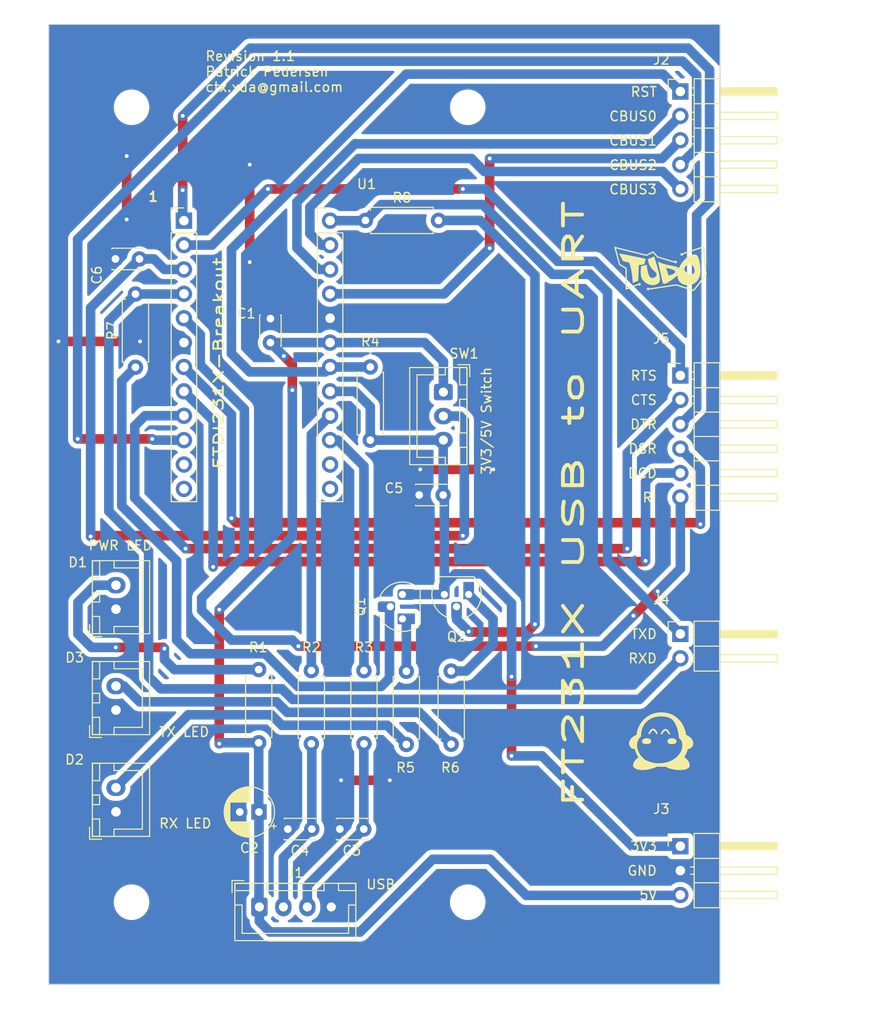
<source format=kicad_pcb>
(kicad_pcb (version 20221018) (generator pcbnew)
  (title_block (title "FT231X USB 2 UART Breakout") (date "2024-02-06") (rev "1.1") (company "TU-DO Makerspace") (comment 2 "License: CERN-OHL-P") (comment 3 "Email: ctx.xda@gmail.com") (comment 4 "Author: Patrick Pedersen"))
  (layers (0 "F.Cu" signal) (31 "B.Cu" signal) (34 "B.Paste" user) (35 "F.Paste" user) (36 "B.SilkS" user "B.Silkscreen") (37 "F.SilkS" user "F.Silkscreen") (38 "B.Mask" user) (39 "F.Mask" user) (44 "Edge.Cuts" user))
  (net 0 "")
  (net 1 "+5V")
  (net 2 "GND")
  (net 3 "/D+")
  (net 4 "/D-")
  (net 5 "+3.3V")
  (net 6 "Net-(SW1-B)")
  (net 7 "Net-(D1-A)")
  (net 8 "Net-(D2-A)")
  (net 9 "Net-(D3-A)")
  (net 10 "/RST")
  (net 11 "/CBUS0")
  (net 12 "/CBUS1")
  (net 13 "/CBUS2")
  (net 14 "/CBUS3")
  (net 15 "/TXD")
  (net 16 "/RXD")
  (net 17 "/RTS")
  (net 18 "/CTS")
  (net 19 "/DTR")
  (net 20 "/DSR")
  (net 21 "/DCD")
  (net 22 "/RI")
  (net 23 "Net-(U1-USBDM)")
  (net 24 "Net-(U1-USBDP)")
  (net 25 "Net-(Q1-C)")
  (net 26 "Net-(Q2-C)")
  (net 27 "Net-(Q1-B)")
  (net 28 "Net-(Q2-B)")
  (footprint "Connector_JST:JST_XH_B2B-XH-A_1x02_P2.50mm_Vertical" (layer "F.Cu") (at 71.1454 166.985 90)
    (fp_text reference "D2")
    (fp_text value "LED")
  )
  (footprint "Resistor_THT:R_Axial_DIN0207_L6.3mm_D2.5mm_P7.62mm_Horizontal" (layer "F.Cu") (at 106.0958 152.3238 -90)
    (fp_text reference "R6")
    (fp_text value "330")
  )
  (footprint "Capacitor_THT:C_Disc_D3.0mm_W2.0mm_P2.50mm" (layer "F.Cu") (at 96.988 168.783 180)
    (fp_text reference "C3")
    (fp_text value "47p")
  )
  (footprint "Capacitor_THT:C_Disc_D3.0mm_W2.0mm_P2.50mm" (layer "F.Cu") (at 73.5946 109.3978 180)
    (fp_text reference "C6")
    (fp_text value "100n")
  )
  (footprint "MountingHole:MountingHole_3.2mm_M3" (layer "F.Cu") (at 72.771 176.403)
    (fp_text reference "REF**" hide)
    (fp_text value "MountingHole_3.2mm_M3")
  )
  (footprint "Connector_JST:JST_XH_B3B-XH-A_1x03_P2.50mm_Vertical" (layer "F.Cu") (at 105.283 123.2662 -90)
    (fp_text reference "SW1")
    (fp_text value "SW_SPDT")
  )
  (footprint "Resistor_THT:R_Axial_DIN0207_L6.3mm_D2.5mm_P7.62mm_Horizontal" (layer "F.Cu") (at 73.1774 113.0554 -90)
    (fp_text reference "R7")
    (fp_text value "10k")
  )
  (footprint "Capacitor_THT:CP_Radial_D5.0mm_P2.00mm" (layer "F.Cu") (at 86.0552 167.005 180)
    (fp_text reference "C2")
    (fp_text value "4.7µ")
  )
  (footprint "Resistor_THT:R_Axial_DIN0207_L6.3mm_D2.5mm_P7.62mm_Horizontal" (layer "F.Cu") (at 97.0026 152.273 -90)
    (fp_text reference "R3")
    (fp_text value "27")
  )
  (footprint "Connector_PinHeader_2.54mm:PinHeader_1x05_P2.54mm_Horizontal" (layer "F.Cu") (at 129.991 91.953)
    (fp_text reference "J2")
    (fp_text value "CBUS")
  )
  (footprint "Resistor_THT:R_Axial_DIN0207_L6.3mm_D2.5mm_P7.62mm_Horizontal" (layer "F.Cu") (at 97.155 105.3846)
    (fp_text reference "R8")
    (fp_text value "10k")
  )
  (footprint "Capacitor_THT:C_Disc_D3.0mm_W2.0mm_P2.50mm" (layer "F.Cu") (at 87.249 118.11 90)
    (fp_text reference "C1")
    (fp_text value "100n")
  )
  (footprint "Connector_JST:JST_XH_B4B-XH-A_1x04_P2.50mm_Vertical" (layer "F.Cu") (at 86.099 176.894)
    (fp_text reference "J1")
    (fp_text value "USB JST")
  )
  (footprint "Connector_JST:JST_XH_B2B-XH-A_1x02_P2.50mm_Vertical" (layer "F.Cu") (at 71.1454 145.883 90)
    (fp_text reference "D1")
    (fp_text value "LED")
  )
  (footprint "MountingHole:MountingHole_3.2mm_M3" (layer "F.Cu") (at 72.771 93.599)
    (fp_text reference "REF**" hide)
    (fp_text value "MountingHole_3.2mm_M3")
  )
  (footprint "Connector_JST:JST_XH_B2B-XH-A_1x02_P2.50mm_Vertical" (layer "F.Cu") (at 71.1454 156.3878 90)
    (fp_text reference "D3")
    (fp_text value "LED")
  )
  (footprint "Breakout:FTDI231X_Breakout" (layer "F.Cu") (at 78.232 105.41)
    (fp_text reference "U1")
    (fp_text value "FT231XS")
  )
  (footprint "Capacitor_THT:C_Disc_D3.0mm_W2.0mm_P2.50mm" (layer "F.Cu") (at 91.567 168.783 180)
    (fp_text reference "C4")
    (fp_text value "47p")
  )
  (footprint "Connector_PinHeader_2.54mm:PinHeader_1x03_P2.54mm_Horizontal" (layer "F.Cu") (at 129.991 170.56885)
    (fp_text reference "J3")
    (fp_text value "SUPPLY")
  )
  (footprint "Package_TO_SOT_THT:TO-92_HandSolder" (layer "F.Cu") (at 101.0158 146.8882 90)
    (fp_text reference "Q1")
    (fp_text value "BC558")
  )
  (footprint "MountingHole:MountingHole_3.2mm_M3" (layer "F.Cu") (at 107.823 176.403)
    (fp_text reference "REF**" hide)
    (fp_text value "MountingHole_3.2mm_M3")
  )
  (footprint "Connector_PinHeader_2.54mm:PinHeader_1x06_P2.54mm_Horizontal" (layer "F.Cu") (at 129.991 121.539)
    (fp_text reference "J5")
    (fp_text value "OTHER")
  )
  (footprint "Resistor_THT:R_Axial_DIN0207_L6.3mm_D2.5mm_P7.62mm_Horizontal" (layer "F.Cu") (at 86.0298 159.7914 90)
    (fp_text reference "R1")
    (fp_text value "1k")
  )
  (footprint "Resistor_THT:R_Axial_DIN0207_L6.3mm_D2.5mm_P7.62mm_Horizontal" (layer "F.Cu") (at 101.4222 152.3492 -90)
    (fp_text reference "R5")
    (fp_text value "330")
  )
  (footprint "Resistor_THT:R_Axial_DIN0207_L6.3mm_D2.5mm_P7.62mm_Horizontal" (layer "F.Cu") (at 97.663 120.65 -90)
    (fp_text reference "R4")
    (fp_text value "100k")
  )
  (footprint "MountingHole:MountingHole_3.2mm_M3" (layer "F.Cu") (at 107.823 93.599)
    (fp_text reference "REF**" hide)
    (fp_text value "MountingHole_3.2mm_M3")
  )
  (footprint "Connector_PinHeader_2.54mm:PinHeader_1x02_P2.54mm_Horizontal" (layer "F.Cu") (at 129.991 148.458)
    (fp_text reference "J4")
    (fp_text value "TX/RX")
  )
  (footprint "Capacitor_THT:C_Disc_D3.0mm_W2.0mm_P2.50mm" (layer "F.Cu") (at 102.763 133.985)
    (fp_text reference "C5")
    (fp_text value "100n")
  )
  (footprint "Package_TO_SOT_THT:TO-92_HandSolder" (layer "F.Cu") (at 107.9246 144.3482 180)
    (fp_text reference "Q2")
    (fp_text value "BC558")
  )
  (footprint "Resistor_THT:R_Axial_DIN0207_L6.3mm_D2.5mm_P7.62mm_Horizontal" (layer "F.Cu") (at 91.5162 152.273 -90)
    (fp_text reference "R2")
    (fp_text value "27")
  )
  (gr_line (start 127.206147 158.424028) (end 127.229821 158.433304) (stroke (width 0.160482)) (layer "F.SilkS"))
  (gr_poly (pts (xy 126.452643 108.946801) (xy 127.15534 108.588012) (xy 127.654559 109.132449) (xy 129.364662 109.65128) (xy 129.369403 109.642976) (xy 129.374658 109.635085) (xy 129.380401 109.627626) (xy 129.386604 109.620613) (xy 129.393239 109.614065) (xy 129.400278 109.607997) (xy 129.407693 109.602428) (xy 129.415458 109.597373) (xy 129.423544 109.592848) (xy 129.431923 109.588872) (xy 129.440567 109.585461) (xy 129.44945 109.582631) (xy 129.458543 109.580399) (xy 129.467819 109.578782) (xy 129.477249 109.577797) (xy 129.486807 109.57746) (xy 129.493913 109.577641) (xy 129.500927 109.578175) (xy 129.507838 109.579054) (xy 129.514639 109.580269) (xy 129.52132 109.581812) (xy 129.527874 109.583673) (xy 129.53429 109.585845) (xy 129.540562 109.588318) (xy 129.546679 109.591084) (xy 129.552633 109.594134) (xy 129.558416 109.59746) (xy 129.564019 109.601053) (xy 129.569434 109.604903) (xy 129.574651 109.609003) (xy 129.579661 109.613344) (xy 129.584457 109.617917) (xy 129.58903 109.622713) (xy 129.59337 109.627724) (xy 129.59747 109.632941) (xy 129.60132 109.638356) (xy 129.604912 109.643959) (xy 129.608237 109.649742) (xy 129.611287 109.655697) (xy 129.614052 109.661814) (xy 129.616525 109.668085) (xy 129.618696 109.674501) (xy 129.620557 109.681055) (xy 129.622098 109.687736) (xy 129.623313 109.694536) (xy 129.624191 109.701447) (xy 129.624724 109.70846) (xy 129.624904 109.715566) (xy 129.624724 109.722672) (xy 129.62419 109.729686) (xy 129.623312 109.736597) (xy 129.622097 109.743398) (xy 129.620555 109.75008) (xy 129.618694 109.756633) (xy 129.616522 109.76305) (xy 129.614049 109.769321) (xy 129.611283 109.775439) (xy 129.608233 109.781393) (xy 129.604908 109.787177) (xy 129.601315 109.79278) (xy 129.597465 109.798194) (xy 129.593365 109.803411) (xy 129.589024 109.808423) (xy 129.584451 109.813219) (xy 129.579655 109.817792) (xy 129.574644 109.822132) (xy 129.569426 109.826232) (xy 129.564012 109.830083) (xy 129.558408 109.833675) (xy 129.552624 109.837) (xy 129.546669 109.84005) (xy 129.540552 109.842816) (xy 129.53428 109.845289) (xy 129.527863 109.84746) (xy 129.521309 109.849322) (xy 129.514627 109.850864) (xy 129.507826 109.852079) (xy 129.500914 109.852957) (xy 129.493899 109.853491) (xy 129.486792 109.853671) (xy 129.479685 109.853491) (xy 129.472672 109.852957) (xy 129.465761 109.852078) (xy 129.45896 109.850863) (xy 129.452278 109.84932) (xy 129.445725 109.847458) (xy 129.439308 109.845287) (xy 129.433037 109.842813) (xy 129.42692 109.840047) (xy 129.420965 109.836997) (xy 129.415182 109.833671) (xy 129.409579 109.830079) (xy 129.404165 109.826228) (xy 129.398948 109.822128) (xy 129.393937 109.817787) (xy 129.389141 109.813215) (xy 129.384568 109.808418) (xy 129.380228 109.803407) (xy 129.376128 109.79819) (xy 129.372278 109.792776) (xy 129.368686 109.787172) (xy 129.365361 109.781389) (xy 129.362312 109.775435) (xy 129.359546 109.769318) (xy 129.357073 109.763046) (xy 129.354902 109.75663) (xy 129.353042 109.750077) (xy 129.3515 109.743396) (xy 129.350285 109.736596) (xy 129.349407 109.729685) (xy 129.348874 109.722672) (xy 129.348694 109.715566) (xy 129.32947 109.778869) (xy 127.581515 109.24854) (xy 127.125858 108.751594) (xy 126.46887 109.087077) (xy 123.270331 108.29803) (xy 123.711441 109.92855) (xy 124.400314 110.338887) (xy 124.414344 112.421886) (xy 125.565101 111.985221) (xy 125.588691 112.04744) (xy 125.588691 112.047077) (xy 125.588871 112.03997) (xy 125.589405 112.032957) (xy 125.590283 112.026045) (xy 125.591498 112.019245) (xy 125.59304 112.012563) (xy 125.594902 112.00601) (xy 125.597073 111.999593) (xy 125.599546 111.993321) (xy 125.602312 111.987204) (xy 125.605362 111.981249) (xy 125.608688 111.975466) (xy 125.61228 111.969863) (xy 125.61613 111.964448) (xy 125.62023 111.959231) (xy 125.624571 111.95422) (xy 125.629144 111.949424) (xy 125.633941 111.944851) (xy 125.638952 111.940511) (xy 125.644169 111.936411) (xy 125.649584 111.93256) (xy 125.655187 111.928968) (xy 125.660971 111.925643) (xy 125.666926 111.922593) (xy 125.673044 111.919827) (xy 125.679316 111.917354) (xy 125.685733 111.915182) (xy 125.692287 111.913321) (xy 125.698969 111.911779) (xy 125.70577 111.910564) (xy 125.712682 111.909686) (xy 125.719696 111.909152) (xy 125.726804 111.908972) (xy 125.733653 111.909141) (xy 125.740455 111.909647) (xy 125.7472 111.910484) (xy 125.753875 111.911648) (xy 125.760471 111.913135) (xy 125.766974 111.914939) (xy 125.773374 111.917056) (xy 125.77966 111.919482) (xy 125.785821 111.922211) (xy 125.791844 111.925239) (xy 125.797719 111.928561) (xy 125.803434 111.932172) (xy 125.808978 111.936069) (xy 125.81434 111.940245) (xy 125.819508 111.944697) (xy 125.824471 111.94942) (xy 125.829194 111.954383) (xy 125.833647 111.959551) (xy 125.837824 111.964912) (xy 125.841721 111.970456) (xy 125.845333 111.97617) (xy 125.848655 111.982045) (xy 125.851684 111.988068) (xy 125.854413 111.994227) (xy 125.856839 112.000513) (xy 125.858957 112.006912) (xy 125.860762 112.013415) (xy 125.862249 112.02001) (xy 125.863414 112.026684) (xy 125.864252 112.033428) (xy 125.864758 112.040229) (xy 125.864927 112.047077) (xy 125.864757 112.053926) (xy 125.864251 112.060728) (xy 125.863413 112.067473) (xy 125.862247 112.074149) (xy 125.86076 112.080744) (xy 125.858955 112.087247) (xy 125.856837 112.093647) (xy 125.85441 112.099932) (xy 125.85168 112.106092) (xy 125.848652 112.112115) (xy 125.845329 112.117989) (xy 125.841716 112.123704) (xy 125.837819 112.129248) (xy 125.833642 112.134609) (xy 125.829189 112.139776) (xy 125.824466 112.144739) (xy 125.819502 112.149461) (xy 125.814334 112.153913) (xy 125.808972 112.158089) (xy 125.803428 112.161985) (xy 125.797712 112.165597) (xy 125.791837 112.168919) (xy 125.785814 112.171946) (xy 125.779654 112.174675) (xy 125.773368 112.1771) (xy 125.766967 112.179217) (xy 125.760464 112.181021) (xy 125.753868 112.182507) (xy 125.747193 112.183671) (xy 125.740448 112.184508) (xy 125.733645 112.185014) (xy 125.726796 112.185182) (xy 125.722015 112.185096) (xy 125.717262 112.184847) (xy 125.71254 112.184436) (xy 125.707853 112.183866) (xy 125.703205 112.183138) (xy 125.698598 112.182256) (xy 125.694037 112.18122) (xy 125.689525 112.180033) (xy 125.685065 112.178697) (xy 125.68066 112.177215) (xy 125.676315 112.175588) (xy 125.672032 112.173818) (xy 125.667815 112.171907) (xy 125.663668 112.169858) (xy 125.659593 112.167672) (xy 125.655595 112.165352) (xy 125.651676 112.162899) (xy 125.647841 112.160317) (xy 125.644092 112.157606) (xy 125.640434 112.154769) (xy 125.636869 112.151808) (xy 125.633401 112.148725) (xy 125.630034 112.145523) (xy 125.62677 112.142202) (xy 125.623614 112.138766) (xy 125.620568 112.135216) (xy 125.617637 112.131555) (xy 125.614823 112.127784) (xy 125.612131 112.123905) (xy 125.609563 112.119922) (xy 125.607123 112.115835) (xy 125.604814 112.111647) (xy 124.283344 112.613115) (xy 124.268539 110.41436) (xy 123.597727 110.014798) (xy 123.08396 108.115793)) (fill solid) (layer "F.SilkS"))
  (gr_line (start 127.325172 158.500601) (end 127.349341 158.524799) (stroke (width 0.160482)) (layer "F.SilkS"))
  (gr_line (start 126.988971 158.483751) (end 127.013869 158.463968) (stroke (width 0.160482)) (layer "F.SilkS"))
  (gr_poly (pts (xy 128.090805 156.627249) (xy 128.167156 156.629993) (xy 128.242969 156.634566) (xy 128.317997 156.640969) (xy 128.391994 156.649201) (xy 128.464714 156.659262) (xy 128.535911 156.671153) (xy 128.605339 156.684873) (xy 128.68507 156.703859) (xy 128.768182 156.726628) (xy 128.852719 156.752497) (xy 128.936729 156.780784) (xy 129.018259 156.810808) (xy 129.095355 156.841887) (xy 129.166064 156.873337) (xy 129.228433 156.904477) (xy 129.294805 156.941753) (xy 129.3613 156.982483) (xy 129.427668 157.026429) (xy 129.493657 157.073356) (xy 129.559018 157.123027) (xy 129.623502 157.175205) (xy 129.686857 157.229654) (xy 129.748835 157.286139) (xy 129.809185 157.344421) (xy 129.867657 157.404266) (xy 129.924002 157.465436) (xy 129.977968 157.527695) (xy 130.029307 157.590807) (xy 130.077768 157.654535) (xy 130.123102 157.718643) (xy 130.165057 157.782894) (xy 130.197727 157.836964) (xy 130.230149 157.894238) (xy 130.262168 157.954322) (xy 130.293629 158.016823) (xy 130.324376 158.081346) (xy 130.354256 158.147499) (xy 130.41079 158.283122) (xy 130.461991 158.420542) (xy 130.485204 158.488943) (xy 130.506618 158.556614) (xy 130.52608 158.623161) (xy 130.543433 158.68819) (xy 130.558522 158.751308) (xy 130.571193 158.812123) (xy 130.598974 158.962935) (xy 130.706131 159.018498) (xy 130.748795 159.041085) (xy 130.789973 159.064195) (xy 130.829667 159.087825) (xy 130.867878 159.11197) (xy 130.904609 159.136627) (xy 130.939861 159.161791) (xy 130.973636 159.18746) (xy 131.005937 159.213628) (xy 131.036765 159.240292) (xy 131.066122 159.267449) (xy 131.09401 159.295094) (xy 131.120431 159.323223) (xy 131.145387 159.351833) (xy 131.16888 159.38092) (xy 131.190912 159.41048) (xy 131.211485 159.440508) (xy 131.245175 159.496379) (xy 131.273825 159.552734) (xy 131.297448 159.609376) (xy 131.316057 159.666107) (xy 131.329667 159.722729) (xy 131.338291 159.779045) (xy 131.341943 159.834858) (xy 131.340635 159.889969) (xy 131.338126 159.917199) (xy 131.334382 159.944181) (xy 131.329405 159.970888) (xy 131.323197 159.997296) (xy 131.315759 160.02338) (xy 131.307093 160.049116) (xy 131.297202 160.074479) (xy 131.286085 160.099444) (xy 131.273746 160.123987) (xy 131.260186 160.148083) (xy 131.245406 160.171707) (xy 131.229409 160.194834) (xy 131.212196 160.21744) (xy 131.193768 160.2395) (xy 131.174128 160.260989) (xy 131.153277 160.281883) (xy 131.1348 160.299246) (xy 131.116096 160.315612) (xy 131.097181 160.330979) (xy 131.078077 160.345342) (xy 131.058803 160.358697) (xy 131.039377 160.37104) (xy 131.019819 160.382369) (xy 131.000149 160.392677) (xy 130.980386 160.401963) (xy 130.96055 160.410222) (xy 130.940659 160.417449) (xy 130.920733 160.423642) (xy 130.900792 160.428796) (xy 130.880854 160.432907) (xy 130.86094 160.435972) (xy 130.841068 160.437987) (xy 130.765662 160.443279) (xy 130.744496 160.538529) (xy 130.735838 160.573743) (xy 130.725339 160.611199) (xy 130.713143 160.650566) (xy 130.699392 160.691512) (xy 130.667802 160.776817) (xy 130.631717 160.864462) (xy 130.592282 160.951798) (xy 130.550647 161.036173) (xy 130.507957 161.114936) (xy 130.486575 161.151384) (xy 130.46536 161.185435) (xy 130.453743 161.203537) (xy 130.44287 161.220864) (xy 130.43299 161.237013) (xy 130.424349 161.251581) (xy 130.417197 161.264164) (xy 130.411782 161.27436) (xy 130.40835 161.281765) (xy 130.407456 161.284295) (xy 130.407152 161.285977) (xy 130.407271 161.286553) (xy 130.407624 161.287288) (xy 130.408207 161.288176) (xy 130.409012 161.289212) (xy 130.411268 161.291709) (xy 130.414345 161.294741) (xy 130.418197 161.298269) (xy 130.422779 161.302255) (xy 130.428042 161.306659) (xy 130.433941 161.311443) (xy 130.440429 161.316568) (xy 130.447459 161.321995) (xy 130.454986 161.327686) (xy 130.462962 161.333602) (xy 130.471341 161.339703) (xy 130.480077 161.345952) (xy 130.489123 161.35231) (xy 130.498433 161.358737) (xy 130.533098 161.383475) (xy 130.567082 161.409982) (xy 130.600296 161.438136) (xy 130.632647 161.467816) (xy 130.664044 161.498898) (xy 130.694398 161.531261) (xy 130.723615 161.564784) (xy 130.751606 161.599343) (xy 130.778279 161.634816) (xy 130.803543 161.671082) (xy 130.827308 161.708019) (xy 130.849481 161.745504) (xy 130.869972 161.783415) (xy 130.888691 161.821631) (xy 130.905544 161.860029) (xy 130.920443 161.898487) (xy 130.927293 161.920163) (xy 130.933447 161.94335) (xy 130.938892 161.967788) (xy 130.943615 161.99322) (xy 130.947601 162.019389) (xy 130.950836 162.046036) (xy 130.953309 162.072904) (xy 130.955004 162.099735) (xy 130.955909 162.126272) (xy 130.956009 162.152257) (xy 130.955292 162.177431) (xy 130.953743 162.201538) (xy 130.95135 162.224319) (xy 130.948098 162.245517) (xy 130.943974 162.264874) (xy 130.938964 162.282133) (xy 130.935393 162.291475) (xy 130.931142 162.300891) (xy 130.926226 162.310368) (xy 130.920663 162.319895) (xy 130.914469 162.32946) (xy 130.90766 162.339051) (xy 130.900255 162.348656) (xy 130.892269 162.358262) (xy 130.874622 162.377435) (xy 130.854853 162.396475) (xy 130.833095 162.415285) (xy 130.809483 162.433772) (xy 130.78415 162.45184) (xy 130.757231 162.469395) (xy 130.728857 162.486342) (xy 130.699164 162.502584) (xy 130.668286 162.518029) (xy 130.636354 162.53258) (xy 130.603505 162.546143) (xy 130.56987 162.558622) (xy 130.533815 162.569888) (xy 130.493386 162.580347) (xy 130.448985 162.589969) (xy 130.401012 162.598723) (xy 130.349869 162.606578) (xy 130.295957 162.613503) (xy 130.239676 162.619466) (xy 130.181429 162.624437) (xy 130.060638 162.631279) (xy 129.936792 162.63378) (xy 129.874727 162.633326) (xy 129.813102 162.631693) (xy 129.752318 162.628851) (xy 129.692776 162.624768) (xy 129.603397 162.617014) (xy 129.52121 162.608376) (xy 129.443861 162.598467) (xy 129.368992 162.5869) (xy 129.294248 162.573285) (xy 129.217271 162.557237) (xy 129.135705 162.538368) (xy 129.047193 162.516289) (xy 128.961291 162.493476) (xy 128.883606 162.471454) (xy 128.8133 162.449897) (xy 128.749537 162.42848) (xy 128.691478 162.406877) (xy 128.638288 162.384762) (xy 128.589128 162.36181) (xy 128.543162 162.337695) (xy 128.455849 162.29007) (xy 127.996797 162.288747) (xy 127.539068 162.288747) (xy 127.43588 162.337695) (xy 127.390855 162.357948) (xy 127.341462 162.378421) (xy 127.231697 162.419426) (xy 127.110831 162.459502) (xy 126.983112 162.497437) (xy 126.85279 162.532024) (xy 126.72411 162.562054) (xy 126.601322 162.586316) (xy 126.543464 162.595906) (xy 126.488672 162.603601) (xy 126.418728 162.610813) (xy 126.334925 162.617389) (xy 126.243245 162.623065) (xy 126.149675 162.627579) (xy 126.060197 162.630667) (xy 125.980796 162.632065) (xy 125.917456 162.631509) (xy 125.876162 162.628736) (xy 125.876162 162.628737) (xy 125.813654 162.6208) (xy 125.717412 162.608894) (xy 125.676524 162.603502) (xy 125.636249 162.59677) (xy 125.59664 162.58872) (xy 125.557752 162.579376) (xy 125.51964 162.56876) (xy 125.482357 162.556897) (xy 125.445957 162.543808) (xy 125.410495 162.529519) (xy 125.376026 162.51405) (xy 125.342603 162.497427) (xy 125.310281 162.479673) (xy 125.279113 162.460809) (xy 125.249155 162.440861) (xy 125.22046 162.419851) (xy 125.193084 162.397802) (xy 125.167079 162.374737) (xy 125.151458 162.360144) (xy 125.137298 162.346049) (xy 125.124541 162.33233) (xy 125.113129 162.318865) (xy 125.103003 162.305531) (xy 125.094106 162.292207) (xy 125.090101 162.285511) (xy 125.08638 162.278771) (xy 125.082938 162.271973) (xy 125.079766 162.265101) (xy 125.076858 162.258139) (xy 125.074207 162.251073) (xy 125.071804 162.243888) (xy 125.069643 162.236567) (xy 125.066017 162.221461) (xy 125.063271 162.205631) (xy 125.061347 162.188957) (xy 125.060186 162.171316) (xy 125.059731 162.152585) (xy 125.059922 162.132644) (xy 125.063544 162.083711) (xy 125.071782 162.033383) (xy 125.084415 161.982002) (xy 125.101222 161.929907) (xy 125.121983 161.87744) (xy 125.146475 161.824942) (xy 125.174479 161.772753) (xy 125.205774 161.721217) (xy 125.240138 161.670672) (xy 125.277351 161.62146) (xy 125.317192 161.573923) (xy 125.359439 161.528401) (xy 125.403872 161.485236) (xy 125.450271 161.444768) (xy 125.498413 161.407339) (xy 125.548079 161.373289) (xy 125.56452 161.362479) (xy 125.579891 161.35204) (xy 125.593867 161.342222) (xy 125.606122 161.333271) (xy 125.61633 161.325437) (xy 125.624167 161.318967) (xy 125.627094 161.316321) (xy 125.629306 161.31411) (xy 125.630763 161.312363) (xy 125.631423 161.311112) (xy 125.63101 161.309496) (xy 125.6298 161.306676) (xy 125.62783 161.30272) (xy 125.625139 161.297697) (xy 125.617749 161.284719) (xy 125.607941 161.268283) (xy 125.596024 161.248933) (xy 125.582309 161.227211) (xy 125.567106 161.203659) (xy 125.550725 161.178821) (xy 125.525523 161.139553) (xy 125.50104 161.099205) (xy 125.477313 161.057878) (xy 125.454379 161.015668) (xy 125.432274 160.972675) (xy 125.411035 160.928999) (xy 125.3907 160.884737) (xy 125.371304 160.839989) (xy 125.352885 160.794853) (xy 125.335479 160.749428) (xy 125.319124 160.703814) (xy 125.303856 160.658108) (xy 125.289712 160.612411) (xy 125.276728 160.566819) (xy 125.264943 160.521434) (xy 125.254391 160.476352) (xy 125.253159 160.470488) (xy 125.251916 160.46528) (xy 125.250618 160.460705) (xy 125.249936 160.458646) (xy 125.249224 160.456736) (xy 125.248477 160.454971) (xy 125.247689 160.453348) (xy 125.246857 160.451864) (xy 125.245973 160.450516) (xy 125.245033 160.449301) (xy 125.244032 160.448216) (xy 125.242964 160.447257) (xy 125.241824 160.446421) (xy 125.240606 160.445705) (xy 125.239305 160.445107) (xy 125.237916 160.444622) (xy 125.236434 160.444248) (xy 125.234852 160.443981) (xy 125.233167 160.443819) (xy 125.231372 160.443759) (xy 125.229463 160.443796) (xy 125.227433 160.443928) (xy 125.225277 160.444152) (xy 125.220569 160.444863) (xy 125.215295 160.445903) (xy 125.209412 160.447248) (xy 125.205035 160.447884) (xy 125.199883 160.448307) (xy 125.194018 160.448521) (xy 125.187501 160.448529) (xy 125.180396 160.448336) (xy 125.172763 160.447945) (xy 125.164665 160.447361) (xy 125.156165 160.446586) (xy 125.138202 160.444483) (xy 125.119371 160.441667) (xy 125.109785 160.440001) (xy 125.100168 160.438168) (xy 125.090582 160.436173) (xy 125.081089 160.434018) (xy 125.041062 160.423431) (xy 125.002838 160.410524) (xy 124.966425 160.395303) (xy 124.931827 160.377774) (xy 124.915211 160.368146) (xy 124.899051 160.357943) (xy 124.883348 160.347166) (xy 124.868102 160.335815) (xy 124.853315 160.323892) (xy 124.838987 160.311397) (xy 124.825118 160.298331) (xy 124.81171 160.284695) (xy 124.798764 160.270488) (xy 124.786279 160.255713) (xy 124.762698 160.224458) (xy 124.740973 160.190936) (xy 124.721111 160.155152) (xy 124.703117 160.117113) (xy 124.686997 160.076823) (xy 124.686065 160.074041) (xy 125.480941 160.074041) (xy 125.483818 160.152133) (xy 125.491307 160.231475) (xy 125.50337 160.311884) (xy 125.519967 160.393174) (xy 125.54106 160.475161) (xy 125.56661 160.557662) (xy 125.596578 160.640493) (xy 125.630926 160.723469) (xy 125.669615 160.806406) (xy 125.712606 160.88912) (xy 125.75986 160.971427) (xy 125.811339 161.053144) (xy 125.81909 161.064085) (xy 125.828387 161.076494) (xy 125.851233 161.105254) (xy 125.879102 161.138511) (xy 125.911219 161.175348) (xy 125.946809 161.214852) (xy 125.985096 161.256108) (xy 126.025305 161.298201) (xy 126.066662 161.340217) (xy 126.137614 161.40997) (xy 126.168435 161.439362) (xy 126.196969 161.465646) (xy 126.223829 161.489232) (xy 126.249628 161.510532) (xy 126.274976 161.529956) (xy 126.300488 161.547915) (xy 126.326774 161.564819) (xy 126.354448 161.581081) (xy 126.384122 161.597109) (xy 126.416408 161.613316) (xy 126.451919 161.630112) (xy 126.491267 161.647908) (xy 126.583923 161.688144) (xy 126.671535 161.723925) (xy 126.759274 161.75686) (xy 126.847171 161.786954) (xy 126.93526 161.814213) (xy 127.023574 161.838643) (xy 127.112146 161.860249) (xy 127.201008 161.879038) (xy 127.290194 161.895015) (xy 127.379737 161.908185) (xy 127.469669 161.918556) (xy 127.560024 161.926132) (xy 127.650834 161.93092) (xy 127.742132 161.932924) (xy 127.833952 161.932152) (xy 127.926326 161.928609) (xy 128.019287 161.9223) (xy 128.123277 161.911771) (xy 128.226752 161.897601) (xy 128.329506 161.879869) (xy 128.431334 161.858655) (xy 128.53203 161.834038) (xy 128.631389 161.806098) (xy 128.729205 161.774913) (xy 128.825274 161.740564) (xy 128.919389 161.70313) (xy 129.011345 161.662691) (xy 129.100937 161.619325) (xy 129.187959 161.573112) (xy 129.272207 161.524132) (xy 129.353474 161.472464) (xy 129.431555 161.418188) (xy 129.506245 161.361383) (xy 129.541684 161.332336) (xy 129.577432 161.301395) (xy 129.613299 161.268776) (xy 129.649099 161.234694) (xy 129.684643 161.199363) (xy 129.719743 161.163) (xy 129.754212 161.12582) (xy 129.787861 161.088036) (xy 129.820502 161.049865) (xy 129.851947 161.011521) (xy 129.882009 160.97322) (xy 129.910499 160.935177) (xy 129.93723 160.897607) (xy 129.962013 160.860724) (xy 129.984661 160.824745) (xy 130.004985 160.789883) (xy 130.03698 160.729519) (xy 130.065984 160.668061) (xy 130.091979 160.605627) (xy 130.114952 160.542332) (xy 130.134886 160.478294) (xy 130.151766 160.413627) (xy 130.165577 160.348449) (xy 130.176302 160.282875) (xy 130.183927 160.217023) (xy 130.188436 160.151007) (xy 130.189813 160.084946) (xy 130.188043 160.018953) (xy 130.183111 159.953147) (xy 130.175 159.887644) (xy 130.163696 159.822559) (xy 130.149183 159.758008) (xy 130.140995 159.72708) (xy 130.132729 159.698167) (xy 130.124277 159.671083) (xy 130.115531 159.645643) (xy 130.106382 159.62166) (xy 130.096721 159.598948) (xy 130.08644 159.577322) (xy 130.07543 159.556594) (xy 130.063583 159.53658) (xy 130.050791 159.517093) (xy 130.036944 159.497947) (xy 130.021934 159.478955) (xy 130.005654 159.459933) (xy 129.987993 159.440694) (xy 129.968844 159.421052) (xy 129.948099 159.400821) (xy 129.84888 159.306894) (xy 129.823745 159.116394) (xy 129.795468 158.912856) (xy 129.766446 158.733037) (xy 129.735564 158.572753) (xy 129.701706 158.427816) (xy 129.683312 158.359795) (xy 129.663755 158.294041) (xy 129.642895 158.230031) (xy 129.620594 158.167242) (xy 129.571109 158.043235) (xy 129.514182 157.917831) (xy 129.474758 157.838332) (xy 129.455424 157.801559) (xy 129.436172 157.766523) (xy 129.416872 157.733036) (xy 129.397399 157.700914) (xy 129.377623 157.66997) (xy 129.357417 157.640019) (xy 129.336653 157.610873) (xy 129.315202 157.582348) (xy 129.292938 157.554257) (xy 129.269732 157.526413) (xy 129.245457 157.498632) (xy 129.219984 157.470727) (xy 129.193185 157.442512) (xy 129.164933 157.4138) (xy 129.127912 157.377298) (xy 129.111424 157.361556) (xy 129.095976 157.347262) (xy 129.081333 157.334246) (xy 129.067264 157.322341) (xy 129.053536 157.311377) (xy 129.039917 157.301187) (xy 129.026174 157.291601) (xy 129.012074 157.282452) (xy 128.997385 157.273569) (xy 128.981874 157.264786) (xy 128.965309 157.255933) (xy 128.947457 157.246841) (xy 128.906964 157.227269) (xy 128.881125 157.21508) (xy 128.854665 157.203306) (xy 128.827518 157.191928) (xy 128.799621 157.180925) (xy 128.770911 157.170279) (xy 128.741323 157.159971) (xy 128.679257 157.140287) (xy 128.612912 157.12172) (xy 128.541777 157.104114) (xy 128.46534 157.087314) (xy 128.383089 157.071165) (xy 128.347739 157.065584) (xy 128.307161 157.060749) (xy 128.213218 157.053326) (xy 128.107059 157.04891) (xy 127.994482 157.047518) (xy 127.881285 157.049163) (xy 127.773266 157.053863) (xy 127.676223 157.061633) (xy 127.633629 157.066674) (xy 127.595954 157.072488) (xy 127.506685 157.089031) (xy 127.420807 157.107478) (xy 127.338115 157.127932) (xy 127.258403 157.150498) (xy 127.181467 157.175282) (xy 127.1071 157.202387) (xy 127.035097 157.231918) (xy 126.965253 157.26398) (xy 126.897363 157.298677) (xy 126.83122 157.336115) (xy 126.76662 157.376397) (xy 126.703357 157.419629) (xy 126.641226 157.465915) (xy 126.580021 157.51536) (xy 126.519537 157.568068) (xy 126.459568 157.624144) (xy 126.417998 157.66557) (xy 126.377653 157.708934) (xy 126.338584 157.754159) (xy 126.300839 157.801167) (xy 126.264466 157.849879) (xy 126.229513 157.90022) (xy 126.196029 157.952111) (xy 126.164062 158.005474) (xy 126.133661 158.060233) (xy 126.104874 158.11631) (xy 126.07775 158.173627) (xy 126.052337 158.232107) (xy 126.028684 158.291671) (xy 126.006839 158.352244) (xy 125.98685 158.413747) (xy 125.968766 158.476102) (xy 125.953486 158.536969) (xy 125.939538 158.601634) (xy 125.927141 158.668811) (xy 125.916511 158.737213) (xy 125.907866 158.805552) (xy 125.901422 158.872543) (xy 125.897396 158.936898) (xy 125.896006 158.997331) (xy 125.896006 159.121685) (xy 125.799433 159.222227) (xy 125.773682 159.249977) (xy 125.749449 159.277789) (xy 125.726638 159.30585) (xy 125.705154 159.334344) (xy 125.684903 159.363459) (xy 125.66579 159.393379) (xy 125.647719 159.424292) (xy 125.630596 159.456383) (xy 125.614325 159.489839) (xy 125.598812 159.524844) (xy 125.583962 159.561586) (xy 125.569679 159.60025) (xy 125.55587 159.641023) (xy 125.542438 159.68409) (xy 125.52929 159.729638) (xy 125.516329 159.777852) (xy 125.50037 159.849104) (xy 125.489178 159.922342) (xy 125.482715 159.997382) (xy 125.480941 160.074041) (xy 124.686065 160.074041) (xy 124.672757 160.03429) (xy 124.660402 159.989519) (xy 124.653648 159.960353) (xy 124.648291 159.932241) (xy 124.644365 159.904966) (xy 124.641901 159.878311) (xy 124.640934 159.852059) (xy 124.641496 159.825994) (xy 124.643619 159.799897) (xy 124.647338 159.773553) (xy 124.652684 159.746743) (xy 124.659691 159.719251) (xy 124.668392 159.69086) (xy 124.678819 159.661353) (xy 124.691006 159.630512) (xy 124.704985 159.598121) (xy 124.72079 159.563963) (xy 124.738454 159.527821) (xy 124.759379 159.489035) (xy 124.782885 159.450634) (xy 124.808856 159.412726) (xy 124.837176 159.375417) (xy 124.867729 159.338813) (xy 124.900397 159.303021) (xy 124.935066 159.268147) (xy 124.971618 159.234299) (xy 125.009937 159.201582) (xy 125.049908 159.170104) (xy 125.091413 159.13997) (xy 125.134337 159.111288) (xy 125.178563 159.084164) (xy 125.223974 159.058705) (xy 125.270456 159.035017) (xy 125.317891 159.013206) (xy 125.41711 158.96955) (xy 125.438277 158.829321) (xy 125.447474 158.774131) (xy 125.457722 158.71963) (xy 125.469048 158.665729) (xy 125.481478 158.612342) (xy 125.49504 158.559381) (xy 125.509761 158.506759) (xy 125.525667 158.454389) (xy 125.542787 158.402184) (xy 125.561147 158.350056) (xy 125.580774 158.297919) (xy 125.601696 158.245685) (xy 125.62394 158.193267) (xy 125.6725 158.087529) (xy 125.726672 157.980008) (xy 125.795134 157.858159) (xy 125.869863 157.740796) (xy 125.950583 157.628126) (xy 126.03702 157.520357) (xy 126.128899 157.417696) (xy 126.225944 157.320351) (xy 126.327881 157.228529) (xy 126.434433 157.142437) (xy 126.545326 157.062283) (xy 126.660285 156.988273) (xy 126.779034 156.920616) (xy 126.901298 156.859519) (xy 127.026803 156.805188) (xy 127.155273 156.757832) (xy 127.286432 156.717658) (xy 127.420006 156.684873) (xy 127.490131 156.671153) (xy 127.561932 156.659262) (xy 127.635164 156.649201) (xy 127.70958 156.640969) (xy 127.784933 156.634566) (xy 127.860979 156.629993) (xy 127.93747 156.627249) (xy 128.014161 156.626334)) (fill solid) (layer "F.SilkS"))
  (gr_poly (pts (xy 127.495503 109.895511) (xy 127.589944 110.216257) (xy 127.6793 110.533686) (xy 127.754058 110.820579) (xy 127.804706 111.049722) (xy 127.83721 111.232947) (xy 127.849988 111.31866) (xy 127.859308 111.400477) (xy 127.864312 111.478424) (xy 127.864927 111.515955) (xy 127.864142 111.552528) (xy 127.861849 111.588148) (xy 127.857942 111.622818) (xy 127.852312 111.65654) (xy 127.844853 111.689319) (xy 127.835458 111.721158) (xy 127.82402 111.752059) (xy 127.810431 111.782028) (xy 127.794584 111.811066) (xy 127.776372 111.839177) (xy 127.755688 111.866365) (xy 127.732424 111.892634) (xy 127.706475 111.917985) (xy 127.677731 111.942424) (xy 127.646087 111.965953) (xy 127.611435 111.988575) (xy 127.573668 112.010295) (xy 127.532678 112.031115) (xy 127.488359 112.051039) (xy 127.440604 112.07007) (xy 127.389305 112.088212) (xy 127.34029 112.102784) (xy 127.290315 112.114228) (xy 127.239502 112.122619) (xy 127.187975 112.128032) (xy 127.135856 112.130538) (xy 127.083268 112.130214) (xy 127.030334 112.127133) (xy 126.977178 112.121369) (xy 126.923921 112.112995) (xy 126.870688 112.102087) (xy 126.8176 112.088718) (xy 126.764781 112.072963) (xy 126.712355 112.054894) (xy 126.660443 112.034587) (xy 126.609169 112.012115) (xy 126.558655 111.987552) (xy 126.509025 111.960973) (xy 126.460402 111.932452) (xy 126.412908 111.902062) (xy 126.366667 111.869878) (xy 126.321802 111.835973) (xy 126.278434 111.800422) (xy 126.236689 111.763299) (xy 126.196687 111.724677) (xy 126.158553 111.684632) (xy 126.122409 111.643236) (xy 126.088378 111.600565) (xy 126.056583 111.556691) (xy 126.027147 111.51169) (xy 126.000194 111.465634) (xy 125.975845 111.418599) (xy 125.954224 111.370658) (xy 125.936961 111.32613) (xy 125.921932 111.280888) (xy 125.908986 111.235068) (xy 125.897971 111.188801) (xy 125.888738 111.142222) (xy 125.881136 111.095464) (xy 125.875013 111.048661) (xy 125.870219 111.001946) (xy 125.866603 110.955452) (xy 125.864015 110.909314) (xy 125.861318 110.818637) (xy 125.860922 110.730984) (xy 125.86162 110.647421) (xy 125.863534 110.570559) (xy 125.867387 110.49727) (xy 125.872872 110.42775) (xy 125.879686 110.3622) (xy 125.887523 110.300816) (xy 125.896078 110.243798) (xy 125.905047 110.191344) (xy 125.914123 110.143653) (xy 125.913994 110.143653) (xy 126.500057 110.006349) (xy 126.50292 110.076501) (xy 126.507081 110.144712) (xy 126.512439 110.210962) (xy 126.518897 110.275229) (xy 126.526356 110.337492) (xy 126.534718 110.39773) (xy 126.543885 110.455923) (xy 126.553758 110.512048) (xy 126.575228 110.618012) (xy 126.598342 110.715455) (xy 126.622312 110.804207) (xy 126.646353 110.884099) (xy 126.663434 110.936977) (xy 126.679972 110.985656) (xy 126.696069 111.030335) (xy 126.711829 111.071208) (xy 126.727357 111.108473) (xy 126.742755 111.142324) (xy 126.750437 111.158031) (xy 126.758127 111.172958) (xy 126.765835 111.18713) (xy 126.773576 111.200572) (xy 126.781363 111.213307) (xy 126.789207 111.225361) (xy 126.797123 111.236757) (xy 126.805124 111.247521) (xy 126.813221 111.257677) (xy 126.821428 111.267249) (xy 126.829759 111.276262) (xy 126.838225 111.284741) (xy 126.846841 111.292709) (xy 126.855618 111.300192) (xy 126.864571 111.307214) (xy 126.873711 111.3138) (xy 126.883052 111.319974) (xy 126.892606 111.32576) (xy 126.902388 111.331183) (xy 126.912409 111.336268) (xy 126.934 111.345861) (xy 126.956202 111.354015) (xy 126.978927 111.360747) (xy 127.002088 111.366076) (xy 127.025597 111.370019) (xy 127.049368 111.372594) (xy 127.073313 111.373819) (xy 127.097346 111.373712) (xy 127.121378 111.372289) (xy 127.145323 111.36957) (xy 127.169094 111.365572) (xy 127.192603 111.360312) (xy 127.215764 111.353809) (xy 127.238489 111.346081) (xy 127.260691 111.337144) (xy 127.282283 111.327018) (xy 127.300297 111.317402) (xy 127.318474 111.306594) (xy 127.336664 111.294636) (xy 127.354721 111.281574) (xy 127.372496 111.26745) (xy 127.38984 111.252309) (xy 127.406606 111.236195) (xy 127.422646 111.219151) (xy 127.437811 111.201223) (xy 127.451954 111.182453) (xy 127.464926 111.162886) (xy 127.47658 111.142566) (xy 127.486768 111.121536) (xy 127.491265 111.110769) (xy 127.49534 111.099841) (xy 127.498975 111.088758) (xy 127.50215 111.077525) (xy 127.504848 111.066147) (xy 127.507049 111.054631) (xy 127.510019 111.029245) (xy 127.510322 111.004528) (xy 127.508073 110.980398) (xy 127.503387 110.956776) (xy 127.496376 110.933579) (xy 127.487156 110.910727) (xy 127.475841 110.88814) (xy 127.462544 110.865735) (xy 127.447381 110.843433) (xy 127.430464 110.821153) (xy 127.39183 110.776332) (xy 127.347555 110.730627) (xy 127.298553 110.683388) (xy 127.190021 110.581725) (xy 127.132318 110.526006) (xy 127.073543 110.466166) (xy 127.014607 110.401556) (xy 126.956426 110.331531) (xy 126.899912 110.255443) (xy 126.872565 110.214923) (xy 126.845979 110.172644) (xy 126.814863 110.118819) (xy 126.786612 110.064989) (xy 126.761089 110.011292) (xy 126.738156 109.957865) (xy 126.717677 109.904847) (xy 126.699514 109.852375) (xy 126.683531 109.800587) (xy 126.669589 109.749621) (xy 126.657553 109.699615) (xy 126.647286 109.650706) (xy 126.63865 109.603032) (xy 126.631507 109.556731) (xy 126.625722 109.511941) (xy 126.621158 109.4688) (xy 126.61514 109.388015) (xy 126.633624 109.386254) (xy 126.661332 109.379907) (xy 126.696905 109.369535) (xy 126.738986 109.355699) (xy 126.837237 109.31988) (xy 126.94522 109.276936) (xy 127.052067 109.231357) (xy 127.146914 109.187631) (xy 127.186441 109.167865) (xy 127.218894 109.150246) (xy 127.242914 109.135334) (xy 127.257142 109.12369)) (fill solid) (layer "F.SilkS"))
  (gr_poly (pts (xy 132.737531 111.056337) (xy 131.400119 112.751452) (xy 129.54 112.166269) (xy 126.794069 112.591747) (xy 126.773812 112.461005) (xy 129.550258 112.030799) (xy 131.352783 112.59787) (xy 132.601157 111.015615) (xy 132.356365 108.222789) (xy 130.277165 108.917604) (xy 130.273444 108.906494) (xy 130.273726 108.908664) (xy 130.273974 108.910838) (xy 130.274187 108.913014) (xy 130.274366 108.915194) (xy 130.27451 108.917377) (xy 130.27462 108.919561) (xy 130.274695 108.921747) (xy 130.274735 108.923935) (xy 130.274565 108.930784) (xy 130.274059 108.937586) (xy 130.273221 108.944331) (xy 130.272056 108.951006) (xy 130.270568 108.957601) (xy 130.268763 108.964104) (xy 130.266645 108.970504) (xy 130.264219 108.97679) (xy 130.261489 108.98295) (xy 130.25846 108.988973) (xy 130.255138 108.994847) (xy 130.251525 109.000562) (xy 130.247628 109.006105) (xy 130.243451 109.011467) (xy 130.238998 109.016634) (xy 130.234274 109.021597) (xy 130.229311 109.026319) (xy 130.224143 109.030771) (xy 130.21878 109.034947) (xy 130.213236 109.038843) (xy 130.207521 109.042455) (xy 130.201645 109.045776) (xy 130.195622 109.048804) (xy 130.189461 109.051533) (xy 130.183174 109.053958) (xy 130.176773 109.056075) (xy 130.170269 109.057879) (xy 130.163673 109.059365) (xy 130.156996 109.060529) (xy 130.150251 109.061366) (xy 130.143447 109.061871) (xy 130.136597 109.06204) (xy 130.12949 109.061859) (xy 130.122477 109.061325) (xy 130.115565 109.060446) (xy 130.108765 109.059231) (xy 130.102083 109.057689) (xy 130.09553 109.055827) (xy 130.089113 109.053655) (xy 130.082842 109.051182) (xy 130.076725 109.048416) (xy 130.07077 109.045366) (xy 130.064987 109.04204) (xy 130.059384 109.038448) (xy 130.05397 109.034597) (xy 130.048753 109.030497) (xy 130.043742 109.026156) (xy 130.038946 109.021583) (xy 130.034374 109.016787) (xy 130.030033 109.011776) (xy 130.025934 109.006559) (xy 130.022084 109.001144) (xy 130.018492 108.995541) (xy 130.015167 108.989758) (xy 130.012117 108.983804) (xy 130.009351 108.977686) (xy 130.006879 108.971415) (xy 130.004708 108.964999) (xy 130.002847 108.958446) (xy 130.001305 108.951765) (xy 130.000091 108.944964) (xy 129.999212 108.938053) (xy 129.998679 108.931041) (xy 129.998499 108.923935) (xy 129.99868 108.916828) (xy 129.999213 108.909814) (xy 130.000092 108.902903) (xy 130.001306 108.896102) (xy 130.002849 108.889421) (xy 130.00471 108.882867) (xy 130.006881 108.87645) (xy 130.009354 108.870179) (xy 130.01212 108.864062) (xy 130.01517 108.858107) (xy 130.018495 108.852324) (xy 130.022088 108.84672) (xy 130.025938 108.841306) (xy 130.030038 108.836089) (xy 130.034379 108.831078) (xy 130.038951 108.826282) (xy 130.043748 108.821709) (xy 130.048759 108.817368) (xy 130.053976 108.813268) (xy 130.05939 108.809418) (xy 130.064994 108.805825) (xy 130.070777 108.8025) (xy 130.076732 108.79945) (xy 130.082849 108.796684) (xy 130.08912 108.794211) (xy 130.095537 108.79204) (xy 130.102091 108.790179) (xy 130.108772 108.788636) (xy 130.115573 108.787421) (xy 130.122484 108.786543) (xy 130.129498 108.786009) (xy 130.136604 108.785829) (xy 130.14124 108.785913) (xy 130.145851 108.786151) (xy 130.150432 108.786541) (xy 130.154982 108.787081) (xy 130.159496 108.787769) (xy 130.163972 108.788603) (xy 130.168406 108.789582) (xy 130.172795 108.790704) (xy 130.177137 108.791966) (xy 130.181427 108.793368) (xy 130.185663 108.794907) (xy 130.189842 108.796581) (xy 130.19396 108.798388) (xy 130.198014 108.800327) (xy 130.202001 108.802396) (xy 130.205918 108.804593) (xy 130.209761 108.806915) (xy 130.213528 108.809362) (xy 130.217215 108.811931) (xy 130.220819 108.814621) (xy 130.224337 108.817429) (xy 130.227766 108.820354) (xy 130.231102 108.823394) (xy 130.234343 108.826547) (xy 130.237485 108.829811) (xy 130.240524 108.833185) (xy 130.243459 108.836666) (xy 130.246285 108.840252) (xy 130.249 108.843943) (xy 130.2516 108.847735) (xy 130.254082 108.851628) (xy 130.256442 108.855618) (xy 130.235229 108.792134) (xy 132.473516 108.044169)) (fill solid) (layer "F.SilkS"))
  (gr_line (start 128.449468 158.439749) (end 128.473179 158.442812) (stroke (width 0.160482)) (layer "F.SilkS"))
  (gr_line (start 127.277298 158.460983) (end 127.301169 158.479317) (stroke (width 0.160482)) (layer "F.SilkS"))
  (gr_line (start 128.496855 158.448998) (end 128.520529 158.458273) (stroke (width 0.160482)) (layer "F.SilkS"))
  (gr_line (start 127.158759 158.41478) (end 127.182471 158.417842) (stroke (width 0.160482)) (layer "F.SilkS"))
  (gr_line (start 127.373709 158.551878) (end 127.398311 158.581802) (stroke (width 0.160482)) (layer "F.SilkS"))
  (gr_line (start 128.149957 158.659386) (end 128.17671 158.622237) (stroke (width 0.160482)) (layer "F.SilkS"))
  (gr_line (start 128.066732 158.792438) (end 128.095001 158.744451) (stroke (width 0.160482)) (layer "F.SilkS"))
  (gr_line (start 127.038497 158.447552) (end 127.062889 158.43447) (stroke (width 0.160482)) (layer "F.SilkS"))
  (gr_line (start 128.304577 158.488938) (end 128.329206 158.472522) (stroke (width 0.160482)) (layer "F.SilkS"))
  (gr_line (start 127.349341 158.524799) (end 127.373709 158.551878) (stroke (width 0.160482)) (layer "F.SilkS"))
  (gr_line (start 126.804293 158.719481) (end 126.832023 158.675143) (stroke (width 0.160482)) (layer "F.SilkS"))
  (gr_line (start 128.03789 158.844106) (end 128.066732 158.792438) (stroke (width 0.160482)) (layer "F.SilkS"))
  (gr_line (start 127.062889 158.43447) (end 127.087077 158.424687) (stroke (width 0.160482)) (layer "F.SilkS"))
  (gr_line (start 126.938228 158.533563) (end 126.963768 158.506938) (stroke (width 0.160482)) (layer "F.SilkS"))
  (gr_line (start 127.398311 158.581802) (end 127.423179 158.614535) (stroke (width 0.160482)) (layer "F.SilkS"))
  (gr_line (start 128.739056 158.675014) (end 128.764559 158.713264) (stroke (width 0.160482)) (layer "F.SilkS"))
  (gr_line (start 128.17671 158.622237) (end 128.203026 158.588631) (stroke (width 0.160482)) (layer "F.SilkS"))
  (gr_line (start 128.591877 158.504287) (end 128.61588 158.525571) (stroke (width 0.160482)) (layer "F.SilkS"))
  (gr_line (start 128.353597 158.45944) (end 128.377786 158.449657) (stroke (width 0.160482)) (layer "F.SilkS"))
  (gr_line (start 128.425687 158.439846) (end 128.449468 158.439749) (stroke (width 0.160482)) (layer "F.SilkS"))
  (gr_line (start 127.087077 158.424687) (end 127.111096 158.418167) (stroke (width 0.160482)) (layer "F.SilkS"))
  (gr_line (start 126.832023 158.675143) (end 126.859248 158.634416) (stroke (width 0.160482)) (layer "F.SilkS"))
  (gr_line (start 127.423179 158.614535) (end 127.448348 158.650044) (stroke (width 0.160482)) (layer "F.SilkS"))
  (gr_line (start 126.912317 158.563661) (end 126.938228 158.533563) (stroke (width 0.160482)) (layer "F.SilkS"))
  (gr_line (start 128.254476 158.531908) (end 128.279679 158.508721) (stroke (width 0.160482)) (layer "F.SilkS"))
  (gr_line (start 127.301169 158.479317) (end 127.325172 158.500601) (stroke (width 0.160482)) (layer "F.SilkS"))
  (gr_line (start 126.747181 158.819136) (end 126.776023 158.767468) (stroke (width 0.160482)) (layer "F.SilkS"))
  (gr_line (start 127.473851 158.688294) (end 127.499721 158.729249) (stroke (width 0.160482)) (layer "F.SilkS"))
  (gr_line (start 127.013869 158.463968) (end 127.038497 158.447552) (stroke (width 0.160482)) (layer "F.SilkS"))
  (gr_poly (pts (xy 129.181699 159.326161) (xy 129.21426 159.328027) (xy 129.245052 159.330603) (xy 129.27351 159.333885) (xy 129.299072 159.337866) (xy 129.321172 159.342541) (xy 129.339248 159.347904) (xy 129.354953 159.354002) (xy 129.370755 159.360841) (xy 129.386564 159.368359) (xy 129.402293 159.376492) (xy 129.417851 159.385174) (xy 129.433149 159.394343) (xy 129.448098 159.403935) (xy 129.46261 159.413885) (xy 129.476594 159.424129) (xy 129.489962 159.434604) (xy 129.502625 159.445246) (xy 129.514493 159.455991) (xy 129.525477 159.466774) (xy 129.535489 159.477532) (xy 129.544439 159.488201) (xy 129.552237 159.498717) (xy 129.557172 159.506181) (xy 129.561575 159.513284) (xy 129.565475 159.520163) (xy 129.568898 159.526953) (xy 129.571871 159.533789) (xy 129.574422 159.540807) (xy 129.576578 159.548143) (xy 129.578365 159.555933) (xy 129.579811 159.564312) (xy 129.580944 159.573415) (xy 129.581789 159.583379) (xy 129.582375 159.594339) (xy 129.582728 159.60643) (xy 129.582876 159.619789) (xy 129.582846 159.634551) (xy 129.582664 159.650852) (xy 129.58197 159.672674) (xy 129.580827 159.692599) (xy 129.579162 159.710776) (xy 129.576897 159.727354) (xy 129.573958 159.742482) (xy 129.57027 159.756311) (xy 129.565755 159.768988) (xy 129.56034 159.780663) (xy 129.557271 159.786172) (xy 129.553948 159.791486) (xy 129.550362 159.796624) (xy 129.546504 159.801605) (xy 129.537931 159.81117) (xy 129.528156 159.82033) (xy 129.517101 159.829234) (xy 129.504692 159.838032) (xy 129.490853 159.846872) (xy 129.475508 159.855904) (xy 129.450741 159.868362) (xy 129.423284 159.879913) (xy 129.393455 159.890518) (xy 129.361572 159.900139) (xy 129.327952 159.908737) (xy 129.292915 159.916272) (xy 129.256776 159.922707) (xy 129.219854 159.928003) (xy 129.182468 159.93212) (xy 129.144934 159.935021) (xy 129.107571 159.936665) (xy 129.070696 159.937015) (xy 129.034627 159.936032) (xy 128.999682 159.933677) (xy 128.966179 159.929911) (xy 128.934435 159.924696) (xy 128.921156 159.921544) (xy 128.907199 159.917588) (xy 128.892697 159.912891) (xy 128.877777 159.907518) (xy 128.862571 159.901533) (xy 128.847208 159.895) (xy 128.831818 159.887982) (xy 128.81653 159.880543) (xy 128.801476 159.872748) (xy 128.786783 159.864661) (xy 128.772583 159.856344) (xy 128.759004 159.847863) (xy 128.746178 159.839281) (xy 128.734233 159.830663) (xy 128.7233 159.822071) (xy 128.713508 159.813571) (xy 128.704962 159.805169) (xy 128.697163 159.796771) (xy 128.690085 159.788287) (xy 128.683701 159.77963) (xy 128.680761 159.775208) (xy 128.677984 159.770708) (xy 128.675367 159.766121) (xy 128.672906 159.761434) (xy 128.670599 159.756637) (xy 128.668441 159.751719) (xy 128.666429 159.746667) (xy 128.66456 159.741472) (xy 128.662831 159.736122) (xy 128.661238 159.730605) (xy 128.658447 159.719029) (xy 128.65616 159.706654) (xy 128.654349 159.693392) (xy 128.652988 159.679153) (xy 128.652049 159.663849) (xy 128.651506 159.647389) (xy 128.651331 159.629686) (xy 128.652216 159.604429) (xy 128.653324 159.592205) (xy 128.654876 159.580247) (xy 128.656874 159.568554) (xy 128.659319 159.557126) (xy 128.662211 159.54596) (xy 128.665552 159.535056) (xy 128.669343 159.524411) (xy 128.673584 159.514024) (xy 128.678277 159.503894) (xy 128.683422 159.494019) (xy 128.689021 159.484399) (xy 128.695074 159.47503) (xy 128.701582 159.465913) (xy 128.708547 159.457045) (xy 128.715969 159.448425) (xy 128.72385 159.440052) (xy 128.73219 159.431924) (xy 128.74099 159.424039) (xy 128.750251 159.416397) (xy 128.759974 159.408995) (xy 128.780812 159.394909) (xy 128.803509 159.381768) (xy 128.828075 159.369562) (xy 128.854516 159.358278) (xy 128.882842 159.347904) (xy 128.90208 159.342338) (xy 128.925188 159.337541) (xy 128.951602 159.333507) (xy 128.980758 159.330231) (xy 129.012092 159.327707) (xy 129.045041 159.325929) (xy 129.07904 159.324891) (xy 129.113525 159.324588)) (fill solid) (layer "F.SilkS"))
  (gr_line (start 128.713888 158.639505) (end 128.739056 158.675014) (stroke (width 0.160482)) (layer "F.SilkS"))
  (gr_line (start 128.377786 158.449657) (end 128.401805 158.443137) (stroke (width 0.160482)) (layer "F.SilkS"))
  (gr_line (start 128.520529 158.458273) (end 128.544235 158.470603) (stroke (width 0.160482)) (layer "F.SilkS"))
  (gr_line (start 127.448348 158.650044) (end 127.473851 158.688294) (stroke (width 0.160482)) (layer "F.SilkS"))
  (gr_line (start 126.776023 158.767468) (end 126.804293 158.719481) (stroke (width 0.160482)) (layer "F.SilkS"))
  (gr_poly (pts (xy 126.641556 112.386037) (xy 126.648358 112.386543) (xy 126.655103 112.38738) (xy 126.661779 112.388544) (xy 126.668374 112.390031) (xy 126.674877 112.391835) (xy 126.681278 112.393952) (xy 126.687564 112.396378) (xy 126.693724 112.399107) (xy 126.699747 112.402134) (xy 126.705622 112.405457) (xy 126.711337 112.409068) (xy 126.716881 112.412965) (xy 126.722243 112.417141) (xy 126.727411 112.421593) (xy 126.732374 112.426316) (xy 126.737097 112.431279) (xy 126.74155 112.436447) (xy 126.745727 112.441808) (xy 126.749624 112.447352) (xy 126.753236 112.453067) (xy 126.756558 112.458942) (xy 126.759587 112.464966) (xy 126.762316 112.471126) (xy 126.764742 112.477413) (xy 126.76686 112.483815) (xy 126.768665 112.490319) (xy 126.770152 112.496916) (xy 126.771317 112.503594) (xy 126.772155 112.510341) (xy 126.772661 112.517147) (xy 126.772831 112.523999) (xy 126.772651 112.531106) (xy 126.772117 112.538119) (xy 126.771238 112.54503) (xy 126.770024 112.551831) (xy 126.768481 112.558513) (xy 126.76662 112.565066) (xy 126.764449 112.571483) (xy 126.761976 112.577754) (xy 126.75921 112.583872) (xy 126.75616 112.589826) (xy 126.752834 112.59561) (xy 126.749242 112.601213) (xy 126.745391 112.606628) (xy 126.741291 112.611845) (xy 126.73695 112.616856) (xy 126.732378 112.621652) (xy 126.727581 112.626225) (xy 126.72257 112.630565) (xy 126.717353 112.634665) (xy 126.711938 112.638516) (xy 126.706334 112.642108) (xy 126.700551 112.645433) (xy 126.694596 112.648483) (xy 126.688478 112.651249) (xy 126.682206 112.653722) (xy 126.675789 112.655894) (xy 126.669235 112.657755) (xy 126.662553 112.659297) (xy 126.655752 112.660512) (xy 126.64884 112.661391) (xy 126.641825 112.661924) (xy 126.634718 112.662104) (xy 126.627611 112.661924) (xy 126.620598 112.66139) (xy 126.613686 112.660511) (xy 126.606886 112.659296) (xy 126.600204 112.657753) (xy 126.593651 112.655891) (xy 126.587234 112.65372) (xy 126.580963 112.651246) (xy 126.574846 112.64848) (xy 126.568891 112.64543) (xy 126.563108 112.642104) (xy 126.557505 112.638512) (xy 126.552091 112.634661) (xy 126.546874 112.630561) (xy 126.541863 112.626221) (xy 126.537067 112.621648) (xy 126.532494 112.616851) (xy 126.528154 112.61184) (xy 126.524054 112.606623) (xy 126.520204 112.601209) (xy 126.516612 112.595606) (xy 126.513287 112.589822) (xy 126.510237 112.583868) (xy 126.507472 112.577751) (xy 126.504999 112.57148) (xy 126.502828 112.565063) (xy 126.500967 112.55851) (xy 126.499426 112.551829) (xy 126.498211 112.545029) (xy 126.497333 112.538118) (xy 126.4968 112.531105) (xy 126.49662 112.523999) (xy 126.496789 112.51715) (xy 126.497294 112.510347) (xy 126.498131 112.503602) (xy 126.499295 112.496927) (xy 126.500781 112.490332) (xy 126.502585 112.483828) (xy 126.504702 112.477428) (xy 126.507127 112.471141) (xy 126.509856 112.464981) (xy 126.512884 112.458958) (xy 126.516206 112.453083) (xy 126.519817 112.447367) (xy 126.523713 112.441823) (xy 126.527889 112.436461) (xy 126.532341 112.431293) (xy 126.537063 112.426329) (xy 126.542026 112.421606) (xy 126.547193 112.417153) (xy 126.552555 112.412976) (xy 126.558098 112.409079) (xy 126.563813 112.405466) (xy 126.569687 112.402144) (xy 126.57571 112.399115) (xy 126.58187 112.396385) (xy 126.588156 112.393959) (xy 126.594556 112.391841) (xy 126.601059 112.390035) (xy 126.607654 112.388548) (xy 126.614329 112.387383) (xy 126.621074 112.386545) (xy 126.627876 112.386038) (xy 126.634716 112.385868)) (fill solid) (layer "F.SilkS"))
  (gr_poly (pts (xy 125.012635 109.093) (xy 125.975909 109.291574) (xy 126.284847 109.365518) (xy 126.366615 109.391023) (xy 126.385633 109.400267) (xy 126.388668 109.406928) (xy 126.383253 109.413535) (xy 126.37764 109.422621) (xy 126.36592 109.447526) (xy 126.3537 109.480231) (xy 126.341175 109.519327) (xy 126.328539 109.563403) (xy 126.315984 109.611047) (xy 126.291897 109.7114) (xy 126.270464 109.809098) (xy 126.253235 109.892856) (xy 126.237592 109.973405) (xy 125.652201 110.030017) (xy 125.655199 110.160238) (xy 125.651333 110.374326) (xy 125.630977 110.929301) (xy 125.595564 111.672811) (xy 125.029087 111.899438) (xy 125.018029 111.745517) (xy 125.006162 111.598749) (xy 124.993563 111.458986) (xy 124.980308 111.326079) (xy 124.966473 111.19988) (xy 124.952133 111.080239) (xy 124.937365 110.967008) (xy 124.922245 110.860038) (xy 124.906849 110.759181) (xy 124.891253 110.664287) (xy 124.875533 110.575209) (xy 124.859765 110.491798) (xy 124.844025 110.413905) (xy 124.828389 110.341381) (xy 124.812933 110.274078) (xy 124.797733 110.211847) (xy 124.768406 110.102005) (xy 124.741016 110.010668) (xy 124.71617 109.936646) (xy 124.694479 109.878749) (xy 124.676548 109.835789) (xy 124.662988 109.806575) (xy 124.65141 109.784631) (xy 124.009382 109.614642) (xy 123.594007 108.821538) (xy 123.594136 108.821538)) (fill solid) (layer "F.SilkS"))
  (gr_line (start 128.122732 158.700112) (end 128.149957 158.659386) (stroke (width 0.160482)) (layer "F.SilkS"))
  (gr_line (start 128.568007 158.485953) (end 128.591877 158.504287) (stroke (width 0.160482)) (layer "F.SilkS"))
  (gr_line (start 127.253527 158.445633) (end 127.277298 158.460983) (stroke (width 0.160482)) (layer "F.SilkS"))
  (gr_line (start 128.473179 158.442812) (end 128.496855 158.448998) (stroke (width 0.160482)) (layer "F.SilkS"))
  (gr_line (start 128.401805 158.443137) (end 128.425687 158.439846) (stroke (width 0.160482)) (layer "F.SilkS"))
  (gr_line (start 128.764559 158.713264) (end 128.790429 158.754219) (stroke (width 0.160482)) (layer "F.SilkS"))
  (gr_line (start 127.182471 158.417842) (end 127.206147 158.424028) (stroke (width 0.160482)) (layer "F.SilkS"))
  (gr_line (start 128.790429 158.754219) (end 128.843406 158.844106) (stroke (width 0.160482)) (layer "F.SilkS"))
  (gr_line (start 128.689019 158.606771) (end 128.713888 158.639505) (stroke (width 0.160482)) (layer "F.SilkS"))
  (gr_line (start 127.499721 158.729249) (end 127.552697 158.819136) (stroke (width 0.160482)) (layer "F.SilkS"))
  (gr_line (start 128.203026 158.588631) (end 128.228937 158.558533) (stroke (width 0.160482)) (layer "F.SilkS"))
  (gr_poly (pts (xy 131.472291 108.930006) (xy 131.485278 108.930595) (xy 131.498309 108.93147) (xy 131.51137 108.932644) (xy 131.524448 108.934134) (xy 131.537529 108.935954) (xy 131.5506 108.93812) (xy 131.563648 108.940646) (xy 131.576658 108.943549) (xy 131.589619 108.946844) (xy 131.602516 108.950544) (xy 131.615337 108.954667) (xy 131.628067 108.959227) (xy 131.640694 108.96424) (xy 131.653205 108.96972) (xy 131.681422 108.984866) (xy 131.69973 108.997485) (xy 131.720343 109.01457) (xy 131.742893 109.036945) (xy 131.767007 109.065437) (xy 131.792317 109.100873) (xy 131.818451 109.144077) (xy 131.845039 109.195876) (xy 131.871711 109.257095) (xy 131.898097 109.328562) (xy 131.923826 109.411101) (xy 131.948528 109.505538) (xy 131.971833 109.6127) (xy 131.99337 109.733413) (xy 132.012769 109.868502) (xy 132.012769 109.868373) (xy 132.041881 110.103481) (xy 132.065483 110.337502) (xy 132.073481 110.453634) (xy 132.078016 110.568929) (xy 132.078395 110.683198) (xy 132.073921 110.796252) (xy 132.063901 110.907903) (xy 132.047639 111.017963) (xy 132.02444 111.126242) (xy 131.993609 111.232553) (xy 131.954451 111.336706) (xy 131.931533 111.387915) (xy 131.906272 111.438514) (xy 131.878583 111.488479) (xy 131.848377 111.537787) (xy 131.815568 111.586414) (xy 131.78007 111.634337) (xy 131.763582 111.655184) (xy 131.747003 111.675337) (xy 131.713697 111.713592) (xy 131.680392 111.749162) (xy 131.647328 111.782105) (xy 131.614748 111.812479) (xy 131.582891 111.840344) (xy 131.551998 111.865759) (xy 131.522312 111.888782) (xy 131.494071 111.909471) (xy 131.467518 111.927886) (xy 131.442893 111.944086) (xy 131.420438 111.958128) (xy 131.382997 111.979977) (xy 131.357124 111.993902) (xy 131.316554 112.013624) (xy 131.245485 112.043353) (xy 131.199602 112.059941) (xy 131.147401 112.076593) (xy 131.089316 112.092498) (xy 131.025784 112.106843) (xy 130.95724 112.118817) (xy 130.88412 112.127606) (xy 130.806858 112.132399) (xy 130.72589 112.132382) (xy 130.641652 112.126744) (xy 130.554579 112.114673) (xy 130.465107 112.095356) (xy 130.419607 112.082726) (xy 130.37367 112.06798) (xy 130.332369 112.053456) (xy 130.279327 112.032853) (xy 130.249249 112.019922) (xy 130.217251 112.005053) (xy 130.18367 111.988104) (xy 130.148846 111.968938) (xy 130.113116 111.947413) (xy 130.07682 111.923391) (xy 130.040295 111.896731) (xy 130.003879 111.867294) (xy 129.967911 111.834941) (xy 129.932729 111.799531) (xy 129.898672 111.760925) (xy 129.882171 111.74038) (xy 129.866078 111.718983) (xy 129.840269 111.681341) (xy 129.817053 111.643115) (xy 129.79632 111.604364) (xy 129.777963 111.565147) (xy 129.761874 111.525524) (xy 129.747944 111.485553) (xy 129.736065 111.445294) (xy 129.726129 111.404807) (xy 129.718028 111.364149) (xy 129.711654 111.323381) (xy 129.706898 111.282562) (xy 129.703652 111.241751) (xy 129.701809 111.201008) (xy 129.701259 111.16039) (xy 129.701894 111.119959) (xy 129.703607 111.079772) (xy 129.69169 111.095376) (xy 129.685865 111.102924) (xy 129.680198 111.110183) (xy 129.645357 111.149518) (xy 129.599062 111.194175) (xy 129.542856 111.243303) (xy 129.478283 111.296047) (xy 129.330211 111.408973) (xy 129.167193 111.526126) (xy 129.001576 111.640681) (xy 128.845709 111.745812) (xy 128.612615 111.900497) (xy 128.593045 111.912854) (xy 128.573361 111.923967) (xy 128.55361 111.933891) (xy 128.533841 111.942684) (xy 128.514102 111.950399) (xy 128.494442 111.957095) (xy 128.474908 111.962825) (xy 128.455549 111.967646) (xy 128.436414 111.971615) (xy 128.41755 111.974786) (xy 128.399006 111.977215) (xy 128.380829 111.97896) (xy 128.363069 111.980074) (xy 128.345774 111.980615) (xy 128.312769 111.980199) (xy 128.282201 111.978158) (xy 128.254457 111.97494) (xy 128.229922 111.97099) (xy 128.208982 111.966757) (xy 128.192023 111.962686) (xy 128.179431 111.959225) (xy 128.168895 111.95592) (xy 127.806793 110.341187) (xy 128.498177 110.341187) (xy 128.772166 111.117599) (xy 128.847645 111.099601) (xy 128.928321 111.077536) (xy 129.025468 111.047146) (xy 129.077369 111.02892) (xy 129.129969 111.00872) (xy 129.182128 110.986583) (xy 129.232708 110.962545) (xy 129.280569 110.936642) (xy 129.324572 110.908911) (xy 129.363576 110.879387) (xy 129.380848 110.863964) (xy 129.396443 110.848106) (xy 129.403043 110.840643) (xy 129.409242 110.833088) (xy 129.415025 110.825441) (xy 129.420378 110.817702) (xy 129.425287 110.809873) (xy 129.429737 110.801954) (xy 129.433715 110.793945) (xy 129.437207 110.785848) (xy 129.440197 110.777662) (xy 129.442673 110.769388) (xy 129.44462 110.761027) (xy 129.446024 110.752579) (xy 129.44687 110.744045) (xy 129.447145 110.735426) (xy 129.446834 110.726722) (xy 129.445923 110.717933) (xy 129.444851 110.711512) (xy 129.443399 110.705147) (xy 129.441574 110.698837) (xy 129.439384 110.692583) (xy 129.433932 110.680242) (xy 129.427098 110.668124) (xy 129.418935 110.656227) (xy 129.409498 110.644552) (xy 129.398839 110.633097) (xy 129.387013 110.621863) (xy 129.374075 110.61085) (xy 129.360077 110.600056) (xy 129.345073 110.589481) (xy 129.329119 110.579125) (xy 129.312267 110.568988) (xy 129.294571 110.559069) (xy 129.276086 110.549367) (xy 129.256865 110.539882) (xy 129.202715 110.515828) (xy 129.144768 110.493324) (xy 129.084031 110.472372) (xy 129.027896 110.454952) (xy 130.41483 110.454952) (xy 130.416233 110.482142) (xy 130.419969 110.508524) (xy 130.425925 110.5341) (xy 130.433987 110.558875) (xy 130.444044 110.582852) (xy 130.455981 110.606034) (xy 130.469685 110.628424) (xy 130.485043 110.650026) (xy 130.501942 110.670843) (xy 130.520269 110.690879) (xy 130.539911 110.710136) (xy 130.560754 110.728618) (xy 130.605592 110.763272) (xy 130.653878 110.794867) (xy 130.704706 110.82343) (xy 130.757171 110.848986) (xy 130.810368 110.871564) (xy 130.863392 110.891191) (xy 130.915337 110.907891) (xy 130.965297 110.921694) (xy 131.012368 110.932625) (xy 131.055644 110.94071) (xy 131.100226 110.947796) (xy 131.144535 110.953864) (xy 131.166427 110.956185) (xy 131.18806 110.957857) (xy 131.209369 110.958745) (xy 131.23029 110.95872) (xy 131.250761 110.957648) (xy 131.270716 110.955397) (xy 131.290093 110.951836) (xy 131.299544 110.949523) (xy 131.308827 110.946833) (xy 131.317933 110.943749) (xy 131.326855 110.940255) (xy 131.335584 110.936335) (xy 131.344113 110.931971) (xy 131.352433 110.927148) (xy 131.360537 110.921849) (xy 131.368417 110.916057) (xy 131.376064 110.909756) (xy 131.376064 110.909627) (xy 131.393603 110.892167) (xy 131.409251 110.87213) (xy 131.423027 110.8497) (xy 131.43495 110.825058) (xy 131.445041 110.798388) (xy 131.45332 110.769872) (xy 131.459805 110.739693) (xy 131.464517 110.708034) (xy 131.467476 110.675078) (xy 131.468702 110.641008) (xy 131.468213 110.606006) (xy 131.466031 110.570255) (xy 131.462174 110.533938) (xy 131.456663 110.497238) (xy 131.449517 110.460337) (xy 131.440755 110.423419) (xy 131.430399 110.386665) (xy 131.418467 110.35026) (xy 131.404979 110.314385) (xy 131.389956 110.279224) (xy 131.373416 110.244959) (xy 131.35538 110.211773) (xy 131.335867 110.179849) (xy 131.314897 110.14937) (xy 131.29249 110.120518) (xy 131.268666 110.093476) (xy 131.243444 110.068428) (xy 131.216845 110.045555) (xy 131.188887 110.02504) (xy 131.159591 110.007068) (xy 131.128976 109.991819) (xy 131.097063 109.979477) (xy 131.089367 109.977016) (xy 131.081665 109.974745) (xy 131.073959 109.97266) (xy 131.066252 109.970759) (xy 131.058544 109.969037) (xy 131.050839 109.967491) (xy 131.043138 109.966117) (xy 131.035442 109.964912) (xy 131.020078 109.962992) (xy 131.00476 109.961703) (xy 130.989506 109.961015) (xy 130.974331 109.9609) (xy 130.961756 109.96122) (xy 130.949255 109.961902) (xy 130.936836 109.962928) (xy 130.924509 109.964283) (xy 130.912282 109.96595) (xy 130.900164 109.967912) (xy 130.888164 109.970153) (xy 130.876291 109.972655) (xy 130.864554 109.975403) (xy 130.852963 109.97838) (xy 130.830249 109.984955) (xy 130.808222 109.992246) (xy 130.786952 110.000122) (xy 130.770036 110.007973) (xy 130.753375 110.016142) (xy 130.736981 110.024621) (xy 130.720863 110.033402) (xy 130.705034 110.042476) (xy 130.689502 110.051837) (xy 130.67428 110.061476) (xy 130.659377 110.071384) (xy 130.644805 110.081555) (xy 130.630573 110.09198) (xy 130.616692 110.10265) (xy 130.603174 110.113559) (xy 130.590029 110.124698) (xy 130.577267 110.136059) (xy 130.564899 110.147634) (xy 130.552935 110.159415) (xy 130.537141 110.17597) (xy 130.522172 110.192879) (xy 130.508055 110.210121) (xy 130.494819 110.227675) (xy 130.482492 110.245519) (xy 130.471101 110.263633) (xy 130.460675 110.281996) (xy 130.45124 110.300585) (xy 130.442826 110.319381) (xy 130.435459 110.338362) (xy 130.429169 110.357507) (xy 130.423982 110.376795) (xy 130.419927 110.396204) (xy 130.417031 110.415715) (xy 130.415323 110.435304) (xy 130.41483 110.454952) (xy 129.027896 110.454952) (xy 129.021508 110.45297) (xy 128.958207 110.435119) (xy 128.895133 110.41882) (xy 128.833291 110.404072) (xy 128.773689 110.390875) (xy 128.665224 110.369139) (xy 128.577785 110.353611) (xy 128.498177 110.341187) (xy 127.806793 110.341187) (xy 127.655877 109.668204) (xy 127.812977 109.741621) (xy 127.971642 109.806468) (xy 128.130837 109.863598) (xy 128.289525 109.913864) (xy 128.44667 109.958119) (xy 128.601237 109.997215) (xy 128.89849 110.063344) (xy 129.172998 110.119074) (xy 129.416472 110.171227) (xy 129.523982 110.198094) (xy 129.620625 110.226626) (xy 129.705366 110.257675) (xy 129.777169 110.292094) (xy 129.777298 110.292094) (xy 129.78285 110.295257) (xy 129.788289 110.298461) (xy 129.793616 110.301706) (xy 129.798833 110.304992) (xy 129.803941 110.308317) (xy 129.80894 110.311681) (xy 129.813831 110.315084) (xy 129.818616 110.318526) (xy 129.823296 110.322004) (xy 129.827871 110.32552) (xy 129.832343 110.329072) (xy 129.836712 110.33266) (xy 129.84098 110.336284) (xy 129.845147 110.339942) (xy 129.853185 110.347362) (xy 129.873615 110.29368) (xy 129.895132 110.241345) (xy 129.91766 110.190346) (xy 129.941127 110.140673) (xy 129.965459 110.092315) (xy 129.990582 110.045261) (xy 130.042908 109.955024) (xy 130.097516 109.869876) (xy 130.153816 109.789731) (xy 130.21122 109.714503) (xy 130.269138 109.644107) (xy 130.326983 109.578457) (xy 130.384164 109.517468) (xy 130.440093 109.461054) (xy 130.494181 109.40913) (xy 130.594478 109.318406) (xy 130.680344 109.244613) (xy 130.737866 109.197369) (xy 130.767324 109.174545) (xy 130.797322 109.152343) (xy 130.827915 109.130831) (xy 130.859159 109.110076) (xy 130.89111 109.090147) (xy 130.923823 109.071112) (xy 130.957355 109.053037) (xy 130.991762 109.035992) (xy 131.027099 109.020043) (xy 131.063422 109.005259) (xy 131.100787 108.991707) (xy 131.139249 108.979456) (xy 131.178865 108.968573) (xy 131.219691 108.959126) (xy 131.26675 108.949546) (xy 131.293256 108.944658) (xy 131.321445 108.940051) (xy 131.351089 108.935984) (xy 131.381964 108.932716) (xy 131.413842 108.930508) (xy 131.430087 108.929883) (xy 131.446498 108.929619)) (fill solid) (layer "F.SilkS"))
  (gr_line (start 126.859248 158.634416) (end 126.886002 158.597267) (stroke (width 0.160482)) (layer "F.SilkS"))
  (gr_line (start 127.111096 158.418167) (end 127.134979 158.414877) (stroke (width 0.160482)) (layer "F.SilkS"))
  (gr_line (start 128.640049 158.549769) (end 128.664417 158.576848) (stroke (width 0.160482)) (layer "F.SilkS"))
  (gr_line (start 128.279679 158.508721) (end 128.304577 158.488938) (stroke (width 0.160482)) (layer "F.SilkS"))
  (gr_line (start 128.329206 158.472522) (end 128.353597 158.45944) (stroke (width 0.160482)) (layer "F.SilkS"))
  (gr_line (start 128.664417 158.576848) (end 128.689019 158.606771) (stroke (width 0.160482)) (layer "F.SilkS"))
  (gr_line (start 128.544235 158.470603) (end 128.568007 158.485953) (stroke (width 0.160482)) (layer "F.SilkS"))
  (gr_poly (pts (xy 126.506494 159.32074) (xy 126.533575 159.322014) (xy 126.561123 159.324092) (xy 126.593677 159.327199) (xy 126.624419 159.331091) (xy 126.653429 159.335809) (xy 126.680785 159.341393) (xy 126.706568 159.347884) (xy 126.730857 159.355322) (xy 126.753731 159.363749) (xy 126.77527 159.373205) (xy 126.795554 159.383731) (xy 126.814661 159.395366) (xy 126.832671 159.408153) (xy 126.849664 159.422132) (xy 126.865719 159.437344) (xy 126.880915 159.453828) (xy 126.895332 159.471626) (xy 126.90905 159.490779) (xy 126.915352 159.500251) (xy 126.920889 159.508944) (xy 126.925706 159.517039) (xy 126.929845 159.52472) (xy 126.933348 159.532169) (xy 126.934874 159.535863) (xy 126.936258 159.539567) (xy 126.937504 159.543304) (xy 126.938618 159.547097) (xy 126.939604 159.550968) (xy 126.94047 159.554941) (xy 126.941219 159.559037) (xy 126.941857 159.563281) (xy 126.942821 159.572299) (xy 126.943406 159.582177) (xy 126.943653 159.593099) (xy 126.943606 159.605244) (xy 126.943307 159.618797) (xy 126.942123 159.650852) (xy 126.940697 159.685457) (xy 126.939891 159.699672) (xy 126.938899 159.71214) (xy 126.937627 159.723097) (xy 126.935984 159.732777) (xy 126.933876 159.741415) (xy 126.931209 159.749244) (xy 126.927892 159.7565) (xy 126.92383 159.763416) (xy 126.918931 159.770228) (xy 126.913102 159.77717) (xy 126.90625 159.784476) (xy 126.898281 159.792381) (xy 126.878623 159.810925) (xy 126.861675 159.826187) (xy 126.844488 159.840246) (xy 126.826949 159.853144) (xy 126.808943 159.864917) (xy 126.790355 159.875605) (xy 126.771072 159.885246) (xy 126.750978 159.89388) (xy 126.729961 159.901545) (xy 126.707904 159.90828) (xy 126.684695 159.914123) (xy 126.660218 159.919114) (xy 126.634359 159.92329) (xy 126.607005 159.926692) (xy 126.57804 159.929357) (xy 126.54735 159.931325) (xy 126.514821 159.932634) (xy 126.484699 159.933323) (xy 126.454422 159.93344) (xy 126.424827 159.933029) (xy 126.396751 159.932137) (xy 126.371032 159.930812) (xy 126.348506 159.929099) (xy 126.330011 159.927045) (xy 126.316384 159.924696) (xy 126.298534 159.920644) (xy 126.280306 159.915975) (xy 126.261849 159.910752) (xy 126.243313 159.905038) (xy 126.2066 159.892395) (xy 126.171359 159.878559) (xy 126.154664 159.871353) (xy 126.138785 159.86404) (xy 126.12387 159.856685) (xy 126.110071 159.849351) (xy 126.097534 159.842103) (xy 126.086411 159.835004) (xy 126.076849 159.828117) (xy 126.068998 159.821508) (xy 126.059944 159.812621) (xy 126.051627 159.80331) (xy 126.044043 159.793554) (xy 126.037186 159.78333) (xy 126.03105 159.772617) (xy 126.025629 159.761396) (xy 126.020917 159.749643) (xy 126.016908 159.737338) (xy 126.013598 159.724459) (xy 126.010979 159.710985) (xy 126.009045 159.696895) (xy 126.007793 159.682168) (xy 126.007214 159.666782) (xy 126.007304 159.650715) (xy 126.008057 159.633947) (xy 126.009467 159.616456) (xy 126.011877 159.596387) (xy 126.015167 159.577319) (xy 126.019379 159.559201) (xy 126.024557 159.54198) (xy 126.030742 159.525604) (xy 126.037977 159.510021) (xy 126.046305 159.495178) (xy 126.055769 159.481023) (xy 126.066411 159.467503) (xy 126.078274 159.454567) (xy 126.091401 159.442162) (xy 126.105833 159.430235) (xy 126.121615 159.418735) (xy 126.138787 159.407609) (xy 126.157394 159.396804) (xy 126.177477 159.386269) (xy 126.197817 159.376487) (xy 126.218651 159.367482) (xy 126.239977 159.359256) (xy 126.261793 159.351811) (xy 126.284097 159.345149) (xy 126.306888 159.339272) (xy 126.330164 159.334181) (xy 126.353922 159.329879) (xy 126.37816 159.326368) (xy 126.402877 159.32365) (xy 126.428071 159.321726) (xy 126.45374 159.320598) (xy 126.479881 159.320269)) (fill solid) (layer "F.SilkS"))
  (gr_line (start 127.229821 158.433304) (end 127.253527 158.445633) (stroke (width 0.160482)) (layer "F.SilkS"))
  (gr_line (start 128.61588 158.525571) (end 128.640049 158.549769) (stroke (width 0.160482)) (layer "F.SilkS"))
  (gr_line (start 128.228937 158.558533) (end 128.254476 158.531908) (stroke (width 0.160482)) (layer "F.SilkS"))
  (gr_line (start 126.963768 158.506938) (end 126.988971 158.483751) (stroke (width 0.160482)) (layer "F.SilkS"))
  (gr_line (start 127.134979 158.414877) (end 127.158759 158.41478) (stroke (width 0.160482)) (layer "F.SilkS"))
  (gr_poly (pts (xy 126.634716 112.385868) (xy 126.634707 112.385868) (xy 126.634725 112.385868)) (fill solid) (layer "F.SilkS"))
  (gr_line (start 128.095001 158.744451) (end 128.122732 158.700112) (stroke (width 0.160482)) (layer "F.SilkS"))
  (gr_line (start 126.886002 158.597267) (end 126.912317 158.563661) (stroke (width 0.160482)) (layer "F.SilkS"))
  (gr_rect (start 64.135 84.963) (end 134.135 184.963) (stroke (width 0.1)) (fill none) (layer "Edge.Cuts"))
  (gr_text "CBUS2" (at 127.635 100.203) (layer "F.SilkS") (effects (font (size 1 1)) (justify right bottom)))
  (gr_text "RTS" (at 127.635 122.14075) (layer "F.SilkS") (effects (font (size 1 1)) (justify right bottom)))
  (gr_text "PWR LED" (at 68.199 139.827) (layer "F.SilkS") (effects (font (size 1 1)) (justify left bottom)))
  (gr_text "GND" (at 127.635 173.7106) (layer "F.SilkS") (effects (font (size 1 1)) (justify right bottom)))
  (gr_text "RX LED" (at 75.565 168.783) (layer "F.SilkS") (effects (font (size 1 1)) (justify left bottom)))
  (gr_text "DTR" (at 127.635 127.22075) (layer "F.SilkS") (effects (font (size 1 1)) (justify right bottom)))
  (gr_text "3V3/5V Switch" (at 110.363 131.953 90) (layer "F.SilkS") (effects (font (size 1 1)) (justify left bottom)))
  (gr_text "DSR" (at 127.635 129.76075) (layer "F.SilkS") (effects (font (size 1 1)) (justify right bottom)))
  (gr_text "CBUS1" (at 127.635 97.663) (layer "F.SilkS") (effects (font (size 1 1)) (justify right bottom)))
  (gr_text "USB" (at 97.155 175.133) (layer "F.SilkS") (effects (font (size 1 1)) (justify left bottom)))
  (gr_text "5V" (at 127.635 176.2506) (layer "F.SilkS") (effects (font (size 1 1)) (justify right bottom)))
  (gr_text "TX LED" (at 75.565 159.258) (layer "F.SilkS") (effects (font (size 1 1)) (justify left bottom)))
  (gr_text "CBUS3" (at 127.635 102.743) (layer "F.SilkS") (effects (font (size 1 1)) (justify right bottom)))
  (gr_text "3V3" (at 127.635 171.1706) (layer "F.SilkS") (effects (font (size 1 1)) (justify right bottom)))
  (gr_text "DCD" (at 127.635 132.30075) (layer "F.SilkS") (effects (font (size 1 1)) (justify right bottom)))
  (gr_text "TXD" (at 127.635 149.05975) (layer "F.SilkS") (effects (font (size 1 1)) (justify right bottom)))
  (gr_text "CTS" (at 127.635 124.68075) (layer "F.SilkS") (effects (font (size 1 1)) (justify right bottom)))
  (gr_text "Revision 1.1\nPatrick Pedersen\nctx.xda@gmail.com" (at 80.391 92.075) (layer "F.SilkS") (effects (font (size 1 1)) (justify left bottom)))
  (gr_text "CBUS0" (at 127.635 95.123) (layer "F.SilkS") (effects (font (size 1 1)) (justify right bottom)))
  (gr_text "FT231X USB to UART" (at 120.015 134.963 90) (layer "F.SilkS") (effects (font (size 2 4) (thickness 0.4) bold) (justify bottom)))
  (gr_text "RXD" (at 127.635 151.59975) (layer "F.SilkS") (effects (font (size 1 1)) (justify right bottom)))
  (gr_text "RI" (at 127.635 134.84075) (layer "F.SilkS") (effects (font (size 1 1)) (justify right bottom)))
  (gr_text "RST" (at 127.635 92.583) (layer "F.SilkS") (effects (font (size 1 1)) (justify right bottom)))
  (segment (start 88.646 119.507) (end 89.535 120.396) (width 1) (layer "F.Cu") (net 1))
  (segment (start 81.915 159.893) (end 81.915 145.923) (width 1) (layer "F.Cu") (net 1))
  (segment (start 89.535 120.396) (end 89.535 123.063) (width 1) (layer "F.Cu") (net 1))
  (via (at 81.915 159.893) (size 1) (drill 0.4) (layers "F.Cu" "B.Cu") (net 1))
  (via (at 81.915 145.923) (size 1) (drill 0.4) (layers "F.Cu" "B.Cu") (net 1))
  (via (at 89.535 123.063) (size 1) (drill 0.4) (layers "F.Cu" "B.Cu") (net 1))
  (via (at 88.646 119.507) (size 1) (drill 0.4) (layers "F.Cu" "B.Cu") (net 1))
  (segment (start 105.283 123.2662) (end 105.283 120.0658) (width 1) (layer "B.Cu") (net 1))
  (segment (start 87.1982 179.5018) (end 86.099 178.4026) (width 1) (layer "B.Cu") (net 1))
  (segment (start 81.915 145.923) (end 89.535 138.303) (width 1) (layer "B.Cu") (net 1))
  (segment (start 105.283 120.0658) (end 103.3272 118.11) (width 1) (layer "B.Cu") (net 1))
  (segment (start 96.5962 179.5018) (end 87.1982 179.5018) (width 1) (layer "B.Cu") (net 1))
  (segment (start 129.94805 175.6918) (end 113.919 175.6918) (width 1) (layer "B.Cu") (net 1))
  (segment (start 89.535 138.303) (end 89.535 123.063) (width 1) (layer "B.Cu") (net 1))
  (segment (start 104.1654 171.9326) (end 96.5962 179.5018) (width 1) (layer "B.Cu") (net 1))
  (segment (start 113.919 175.6918) (end 110.1598 171.9326) (width 1) (layer "B.Cu") (net 1))
  (segment (start 86.099 178.4026) (end 86.099 176.894) (width 1) (layer "B.Cu") (net 1))
  (segment (start 86.0298 166.9796) (end 86.0552 167.005) (width 1) (layer "B.Cu") (net 1))
  (segment (start 87.249 118.11) (end 93.472 118.11) (width 1) (layer "B.Cu") (net 1))
  (segment (start 86.0552 176.8502) (end 86.099 176.894) (width 1) (layer "B.Cu") (net 1))
  (segment (start 86.0298 159.7914) (end 86.0298 166.9796) (width 1) (layer "B.Cu") (net 1))
  (segment (start 86.0552 167.005) (end 86.0552 176.8502) (width 1) (layer "B.Cu") (net 1))
  (segment (start 103.3272 118.11) (end 93.472 118.11) (width 1) (layer "B.Cu") (net 1))
  (segment (start 82.0166 159.7914) (end 81.915 159.893) (width 1) (layer "B.Cu") (net 1))
  (segment (start 86.0298 159.7914) (end 82.0166 159.7914) (width 1) (layer "B.Cu") (net 1))
  (segment (start 88.646 119.507) (end 87.249 118.11) (width 1) (layer "B.Cu") (net 1))
  (segment (start 129.991 175.64885) (end 129.94805 175.6918) (width 1) (layer "B.Cu") (net 1))
  (segment (start 110.1598 171.9326) (end 104.1654 171.9326) (width 1) (layer "B.Cu") (net 1))
  (segment (start 72.263 105.283) (end 72.263 98.679) (width 1) (layer "F.Cu") (net 2))
  (segment (start 85.09 109.728) (end 85.09 99.568) (width 1) (layer "F.Cu") (net 2))
  (segment (start 102.87 131.318) (end 110.49 131.318) (width 1) (layer "F.Cu") (net 2))
  (segment (start 94.615 163.703) (end 99.695 163.703) (width 1) (layer "F.Cu") (net 2))
  (segment (start 73.66 117.983) (end 65.151 117.983) (width 1) (layer "F.Cu") (net 2))
  (via (at 72.263 98.679) (size 1) (drill 0.4) (layers "F.Cu" "B.Cu") (net 2))
  (via (at 102.87 131.318) (size 1) (drill 0.4) (layers "F.Cu" "B.Cu") (net 2))
  (via (at 85.09 109.728) (size 1) (drill 0.4) (layers "F.Cu" "B.Cu") (net 2))
  (via (at 94.615 163.703) (size 1) (drill 0.4) (layers "F.Cu" "B.Cu") (net 2))
  (via (at 73.66 117.983) (size 1) (drill 0.4) (layers "F.Cu" "B.Cu") (net 2))
  (via (at 72.263 105.283) (size 1) (drill 0.4) (layers "F.Cu" "B.Cu") (net 2))
  (via (at 110.49 131.318) (size 1) (drill 0.4) (layers "F.Cu" "B.Cu") (net 2))
  (via (at 65.151 117.983) (size 1) (drill 0.4) (layers "F.Cu" "B.Cu") (net 2))
  (via (at 85.09 99.568) (size 1) (drill 0.4) (layers "F.Cu" "B.Cu") (net 2))
  (via (at 99.695 163.703) (size 1) (drill 0.4) (layers "F.Cu" "B.Cu") (net 2))
  (segment (start 112.395 131.318) (end 113.03 131.953) (width 1) (layer "B.Cu") (net 2))
  (segment (start 71.0946 109.3978) (end 71.0946 106.4514) (width 1) (layer "B.Cu") (net 2))
  (segment (start 78.232 118.11) (end 73.787 118.11) (width 1) (layer "B.Cu") (net 2))
  (segment (start 73.787 118.11) (end 73.66 117.983) (width 1) (layer "B.Cu") (net 2))
  (segment (start 94.488 168.783) (end 94.488 163.83) (width 1) (layer "B.Cu") (net 2))
  (segment (start 99.695 163.703) (end 100.711 164.719) (width 1) (layer "B.Cu") (net 2))
  (segment (start 102.763 131.425) (end 102.87 131.318) (width 1) (layer "B.Cu") (net 2))
  (segment (start 110.49 131.318) (end 112.395 131.318) (width 1) (layer "B.Cu") (net 2))
  (segment (start 87.249 115.61) (end 87.249 111.887) (width 1) (layer "B.Cu") (net 2))
  (segment (start 102.763 133.985) (end 102.763 131.425) (width 1) (layer "B.Cu") (net 2))
  (segment (start 87.249 111.887) (end 85.09 109.728) (width 1) (layer "B.Cu") (net 2))
  (segment (start 94.488 163.83) (end 94.615 163.703) (width 1) (layer "B.Cu") (net 2))
  (segment (start 71.0946 106.4514) (end 72.263 105.283) (width 1) (layer "B.Cu") (net 2))
  (segment (start 96.988 168.783) (end 91.099 174.672) (width 1) (layer "B.Cu") (net 3))
  (segment (start 96.988 168.783) (end 96.988 159.9076) (width 1) (layer "B.Cu") (net 3))
  (segment (start 96.988 159.9076) (end 97.0026 159.893) (width 1) (layer "B.Cu") (net 3))
  (segment (start 91.099 174.672) (end 91.099 176.894) (width 1) (layer "B.Cu") (net 3))
  (segment (start 88.599 171.751) (end 88.599 176.894) (width 1) (layer "B.Cu") (net 4))
  (segment (start 91.567 168.783) (end 88.599 171.751) (width 1) (layer "B.Cu") (net 4))
  (segment (start 91.567 159.9438) (end 91.5162 159.893) (width 1) (layer "B.Cu") (net 4))
  (segment (start 91.567 168.783) (end 91.567 159.9438) (width 1) (layer "B.Cu") (net 4))
  (segment (start 112.395 152.908) (end 112.395 161.163) (width 1) (layer "F.Cu") (net 5))
  (via (at 112.395 152.908) (size 1) (drill 0.4) (layers "F.Cu" "B.Cu") (net 5))
  (via (at 112.395 161.163) (size 1) (drill 0.4) (layers "F.Cu" "B.Cu") (net 5))
  (segment (start 93.472 123.19) (end 96.0628 123.19) (width 1) (layer "B.Cu") (net 5))
  (segment (start 97.663 124.7902) (end 97.663 128.27) (width 1) (layer "B.Cu") (net 5))
  (segment (start 97.663 128.27) (end 105.2792 128.27) (width 1) (layer "B.Cu") (net 5))
  (segment (start 115.57 161.163) (end 124.97585 170.56885) (width 1) (layer "B.Cu") (net 5))
  (segment (start 112.395 161.163) (end 115.57 161.163) (width 1) (layer "B.Cu") (net 5))
  (segment (start 112.395 145.2686) (end 112.395 152.908) (width 1) (layer "B.Cu") (net 5))
  (segment (start 105.2792 128.27) (end 105.283 128.2662) (width 1) (layer "B.Cu") (net 5))
  (segment (start 105.3846 144.3482) (end 105.3846 143.3382) (width 1) (layer "B.Cu") (net 5))
  (segment (start 106.5246 142.1982) (end 109.3246 142.1982) (width 1) (layer "B.Cu") (net 5))
  (segment (start 105.3846 144.3482) (end 105.3846 134.1066) (width 1) (layer "B.Cu") (net 5))
  (segment (start 105.263 128.2862) (end 105.283 128.2662) (width 1) (layer "B.Cu") (net 5))
  (segment (start 124.97585 170.56885) (end 129.991 170.56885) (width 1) (layer "B.Cu") (net 5))
  (segment (start 101.0158 144.3482) (end 105.3846 144.3482) (width 1) (layer "B.Cu") (net 5))
  (segment (start 109.3246 142.1982) (end 112.395 145.2686) (width 1) (layer "B.Cu") (net 5))
  (segment (start 105.263 133.985) (end 105.263 128.2862) (width 1) (layer "B.Cu") (net 5))
  (segment (start 105.3846 134.1066) (end 105.263 133.985) (width 1) (layer "B.Cu") (net 5))
  (segment (start 96.0628 123.19) (end 97.663 124.7902) (width 1) (layer "B.Cu") (net 5))
  (segment (start 105.3846 143.3382) (end 106.5246 142.1982) (width 1) (layer "B.Cu") (net 5))
  (segment (start 68.5038 138.303) (end 68.5838 138.223) (width 1) (layer "F.Cu") (net 6))
  (segment (start 68.5838 138.223) (end 107.315 138.223) (width 1) (layer "F.Cu") (net 6))
  (via (at 107.315 138.223) (size 1) (drill 0.4) (layers "F.Cu" "B.Cu") (net 6))
  (via (at 68.5038 138.303) (size 1) (drill 0.4) (layers "F.Cu" "B.Cu") (net 6))
  (segment (start 107.008 125.7662) (end 105.283 125.7662) (width 1) (layer "B.Cu") (net 6))
  (segment (start 107.315 138.223) (end 107.4674 138.0706) (width 1) (layer "B.Cu") (net 6))
  (segment (start 75.1078 109.3978) (end 76.2 110.49) (width 1) (layer "B.Cu") (net 6))
  (segment (start 68.5038 138.303) (end 68.5038 114.4886) (width 1) (layer "B.Cu") (net 6))
  (segment (start 76.2 110.49) (end 78.232 110.49) (width 1) (layer "B.Cu") (net 6))
  (segment (start 73.5946 109.3978) (end 75.1078 109.3978) (width 1) (layer "B.Cu") (net 6))
  (segment (start 107.4674 138.0706) (end 107.4674 126.2256) (width 1) (layer "B.Cu") (net 6))
  (segment (start 107.4674 126.2256) (end 107.008 125.7662) (width 1) (layer "B.Cu") (net 6))
  (segment (start 68.5038 114.4886) (end 73.5946 109.3978) (width 1) (layer "B.Cu") (net 6))
  (segment (start 76.2 149.987) (end 76.073 149.86) (width 1) (layer "F.Cu") (net 7))
  (segment (start 76.073 149.86) (end 71.12 149.86) (width 1) (layer "F.Cu") (net 7))
  (via (at 71.12 149.86) (size 1) (drill 0.4) (layers "F.Cu" "B.Cu") (net 7))
  (via (at 76.2 149.987) (size 1) (drill 0.4) (layers "F.Cu" "B.Cu") (net 7))
  (segment (start 76.2 151.13) (end 77.2414 152.1714) (width 1) (layer "B.Cu") (net 7))
  (segment (start 76.2 149.987) (end 76.2 151.13) (width 1) (layer "B.Cu") (net 7))
  (segment (start 68.58 149.86) (end 67.183 148.463) (width 1) (layer "B.Cu") (net 7))
  (segment (start 77.2414 152.1714) (end 86.0298 152.1714) (width 1) (layer "B.Cu") (net 7))
  (segment (start 67.183 145.161) (end 68.961 143.383) (width 1) (layer "B.Cu") (net 7))
  (segment (start 71.12 149.86) (end 68.58 149.86) (width 1) (layer "B.Cu") (net 7))
  (segment (start 68.961 143.383) (end 71.1454 143.383) (width 1) (layer "B.Cu") (net 7))
  (segment (start 67.183 148.463) (end 67.183 145.161) (width 1) (layer "B.Cu") (net 7))
  (segment (start 71.1454 164.4172) (end 78.6846 156.878) (width 1) (layer "B.Cu") (net 8))
  (segment (start 71.1454 164.485) (end 71.1454 164.4172) (width 1) (layer "B.Cu") (net 8))
  (segment (start 88.437289 157.973) (end 99.426 157.973) (width 1) (layer "B.Cu") (net 8))
  (segment (start 87.342289 156.878) (end 88.437289 157.973) (width 1) (layer "B.Cu") (net 8))
  (segment (start 78.6846 156.878) (end 87.342289 156.878) (width 1) (layer "B.Cu") (net 8))
  (segment (start 99.426 157.973) (end 101.4222 159.9692) (width 1) (layer "B.Cu") (net 8))
  (segment (start 102.775 156.623) (end 88.996477 156.623) (width 1) (layer "B.Cu") (net 9))
  (segment (start 73.613 155.528) (end 71.9728 153.8878) (width 1) (layer "B.Cu") (net 9))
  (segment (start 71.9728 153.8878) (end 71.1454 153.8878) (width 1) (layer "B.Cu") (net 9))
  (segment (start 88.996477 156.623) (end 87.901477 155.528) (width 1) (layer "B.Cu") (net 9))
  (segment (start 106.0958 159.9438) (end 102.775 156.623) (width 1) (layer "B.Cu") (net 9))
  (segment (start 87.901477 155.528) (end 73.613 155.528) (width 1) (layer "B.Cu") (net 9))
  (segment (start 83.185 108.373424) (end 83.185 119.253) (width 1) (layer "B.Cu") (net 10))
  (segment (start 92.964 121.158) (end 93.472 120.65) (width 1) (layer "B.Cu") (net 10))
  (segment (start 83.185 119.253) (end 85.09 121.158) (width 1) (layer "B.Cu") (net 10))
  (segment (start 85.09 121.158) (end 92.964 121.158) (width 1) (layer "B.Cu") (net 10))
  (segment (start 93.472 120.65) (end 97.663 120.65) (width 1) (layer "B.Cu") (net 10))
  (segment (start 129.991 91.953) (end 128.1826 90.1446) (width 1) (layer "B.Cu") (net 10))
  (segment (start 101.413824 90.1446) (end 83.185 108.373424) (width 1) (layer "B.Cu") (net 10))
  (segment (start 128.1826 90.1446) (end 101.413824 90.1446) (width 1) (layer "B.Cu") (net 10))
  (segment (start 90.0138 108.233881) (end 90.0138 103.453812) (width 1) (layer "B.Cu") (net 11))
  (segment (start 92.269919 110.49) (end 90.0138 108.233881) (width 1) (layer "B.Cu") (net 11))
  (segment (start 90.0138 103.453812) (end 96.058612 97.409) (width 1) (layer "B.Cu") (net 11))
  (segment (start 93.472 110.49) (end 92.269919 110.49) (width 1) (layer "B.Cu") (net 11))
  (segment (start 127.075 97.409) (end 129.991 94.493) (width 1) (layer "B.Cu") (net 11))
  (segment (start 96.058612 97.409) (end 127.075 97.409) (width 1) (layer "B.Cu") (net 11))
  (segment (start 110.109 108.2802) (end 110.109 98.933) (width 1) (layer "F.Cu") (net 12))
  (via (at 110.109 98.933) (size 1) (drill 0.4) (layers "F.Cu" "B.Cu") (net 12))
  (via (at 110.109 108.2802) (size 1) (drill 0.4) (layers "F.Cu" "B.Cu") (net 12))
  (segment (start 110.109 108.2802) (end 105.3592 113.03) (width 1) (layer "B.Cu") (net 12))
  (segment (start 110.109 98.933) (end 128.091 98.933) (width 1) (layer "B.Cu") (net 12))
  (segment (start 128.091 98.933) (end 129.991 97.033) (width 1) (layer "B.Cu") (net 12))
  (segment (start 105.3592 113.03) (end 93.472 113.03) (width 1) (layer "B.Cu") (net 12))
  (segment (start 67.1538 128.143) (end 74.93 128.143) (width 1) (layer "F.Cu") (net 13))
  (via (at 67.1538 128.143) (size 1) (drill 0.4) (layers "F.Cu" "B.Cu") (net 13))
  (via (at 74.93 128.143) (size 1) (drill 0.4) (layers "F.Cu" "B.Cu") (net 13))
  (segment (start 74.93 128.143) (end 75.057 128.27) (width 1) (layer "B.Cu") (net 13))
  (segment (start 75.057 128.27) (end 78.232 128.27) (width 1) (layer "B.Cu") (net 13))
  (segment (start 85.7034 88.7946) (end 130.2326 88.7946) (width 1) (layer "B.Cu") (net 13))
  (segment (start 131.691 97.873) (end 129.991 99.573) (width 1) (layer "B.Cu") (net 13))
  (segment (start 67.1538 107.3442) (end 85.7034 88.7946) (width 1) (layer "B.Cu") (net 13))
  (segment (start 67.1538 128.143) (end 67.1538 107.3442) (width 1) (layer "B.Cu") (net 13))
  (segment (start 130.2326 88.7946) (end 131.691 90.253) (width 1) (layer "B.Cu") (net 13))
  (segment (start 131.691 90.253) (end 131.691 97.873) (width 1) (layer "B.Cu") (net 13))
  (segment (start 128.161 100.283) (end 109.549812 100.283) (width 1) (layer "B.Cu") (net 14))
  (segment (start 92.5576 107.95) (end 93.472 107.95) (width 1) (layer "B.Cu") (net 14))
  (segment (start 129.991 102.113) (end 128.161 100.283) (width 1) (layer "B.Cu") (net 14))
  (segment (start 109.549812 100.283) (end 108.199812 98.933) (width 1) (layer "B.Cu") (net 14))
  (segment (start 96.4438 98.933) (end 91.3638 104.013) (width 1) (layer "B.Cu") (net 14))
  (segment (start 108.199812 98.933) (end 96.4438 98.933) (width 1) (layer "B.Cu") (net 14))
  (segment (start 91.3638 104.013) (end 91.3638 106.7562) (width 1) (layer "B.Cu") (net 14))
  (segment (start 91.3638 106.7562) (end 92.5576 107.95) (width 1) (layer "B.Cu") (net 14))
  (segment (start 98.805 103.7346) (end 97.155 105.3846) (width 1) (layer "B.Cu") (net 15))
  (segment (start 120.5484 110.998) (end 116.645176 110.998) (width 1) (layer "B.Cu") (net 15))
  (segment (start 93.472 105.41) (end 97.1296 105.41) (width 1) (layer "B.Cu") (net 15))
  (segment (start 122.4026 112.8522) (end 120.5484 110.998) (width 1) (layer "B.Cu") (net 15))
  (segment (start 116.645176 110.998) (end 109.381776 103.7346) (width 1) (layer "B.Cu") (net 15))
  (segment (start 129.991 148.458) (end 122.4026 140.8696) (width 1) (layer "B.Cu") (net 15))
  (segment (start 122.4026 140.8696) (end 122.4026 112.8522) (width 1) (layer "B.Cu") (net 15))
  (segment (start 97.1296 105.41) (end 97.155 105.3846) (width 1) (layer "B.Cu") (net 15))
  (segment (start 109.381776 103.7346) (end 98.805 103.7346) (width 1) (layer "B.Cu") (net 15))
  (segment (start 70.405 115.8278) (end 73.1774 113.0554) (width 1) (layer "B.Cu") (net 16))
  (segment (start 129.991 150.998) (end 125.716 155.273) (width 1) (layer "B.Cu") (net 16))
  (segment (start 74.549 139.831188) (end 70.405 135.687188) (width 1) (layer "B.Cu") (net 16))
  (segment (start 73.1774 113.0554) (end 78.2066 113.0554) (width 1) (layer "B.Cu") (net 16))
  (segment (start 89.555665 155.273) (end 88.460665 154.178) (width 1) (layer "B.Cu") (net 16))
  (segment (start 125.716 155.273) (end 89.555665 155.273) (width 1) (layer "B.Cu") (net 16))
  (segment (start 75.819 154.178) (end 74.549 152.908) (width 1) (layer "B.Cu") (net 16))
  (segment (start 70.405 135.687188) (end 70.405 115.8278) (width 1) (layer "B.Cu") (net 16))
  (segment (start 88.460665 154.178) (end 75.819 154.178) (width 1) (layer "B.Cu") (net 16))
  (segment (start 74.549 152.908) (end 74.549 139.831188) (width 1) (layer "B.Cu") (net 16))
  (segment (start 78.2066 113.0554) (end 78.232 113.03) (width 1) (layer "B.Cu") (net 16))
  (segment (start 86.995 102.108) (end 107.315 102.108) (width 1) (layer "F.Cu") (net 17))
  (via (at 107.315 102.108) (size 1) (drill 0.4) (layers "F.Cu" "B.Cu") (net 17))
  (via (at 86.995 102.108) (size 1) (drill 0.4) (layers "F.Cu" "B.Cu") (net 17))
  (segment (start 129.991 118.531412) (end 129.991 121.539) (width 1) (layer "B.Cu") (net 17))
  (segment (start 81.153 107.95) (end 86.995 102.108) (width 1) (layer "B.Cu") (net 17))
  (segment (start 78.232 107.95) (end 81.153 107.95) (width 1) (layer "B.Cu") (net 17))
  (segment (start 121.107588 109.648) (end 129.991 118.531412) (width 1) (layer "B.Cu") (net 17))
  (segment (start 107.315 102.108) (end 109.664364 102.108) (width 1) (layer "B.Cu") (net 17))
  (segment (start 109.664364 102.108) (end 117.204364 109.648) (width 1) (layer "B.Cu") (net 17))
  (segment (start 117.204364 109.648) (end 121.107588 109.648) (width 1) (layer "B.Cu") (net 17))
  (segment (start 78.391935 139.573) (end 124.46 139.573) (width 1) (layer "F.Cu") (net 18))
  (via (at 124.46 139.573) (size 1) (drill 0.4) (layers "F.Cu" "B.Cu") (net 18))
  (via (at 78.391935 139.573) (size 1) (drill 0.4) (layers "F.Cu" "B.Cu") (net 18))
  (segment (start 124.46 129.61) (end 129.991 124.079) (width 1) (layer "B.Cu") (net 18))
  (segment (start 124.46 139.573) (end 124.46 129.61) (width 1) (layer "B.Cu") (net 18))
  (segment (start 74.168 125.73) (end 73.105 126.793) (width 1) (layer "B.Cu") (net 18))
  (segment (start 73.105 134.286065) (end 78.391935 139.573) (width 1) (layer "B.Cu") (net 18))
  (segment (start 73.105 126.793) (end 73.105 134.286065) (width 1) (layer "B.Cu") (net 18))
  (segment (start 78.232 125.73) (end 74.168 125.73) (width 1) (layer "B.Cu") (net 18))
  (segment (start 78.105 102.235) (end 78.102906 102.232906) (width 1) (layer "F.Cu") (net 19))
  (segment (start 78.102906 102.232906) (end 78.102906 94.485906) (width 1) (layer "F.Cu") (net 19))
  (via (at 78.105 102.235) (size 1) (drill 0.4) (layers "F.Cu" "B.Cu") (net 19))
  (via (at 78.102906 94.485906) (size 1) (drill 0.4) (layers "F.Cu" "B.Cu") (net 19))
  (segment (start 133.041 103.458836) (end 133.041 89.693812) (width 1) (layer "B.Cu") (net 19))
  (segment (start 131.691 124.919) (end 131.691 104.808836) (width 1) (layer "B.Cu") (net 19))
  (segment (start 85.144212 87.4446) (end 78.102906 94.485906) (width 1) (layer "B.Cu") (net 19))
  (segment (start 78.105 105.283) (end 78.232 105.41) (width 1) (layer "B.Cu") (net 19))
  (segment (start 130.791788 87.4446) (end 85.144212 87.4446) (width 1) (layer "B.Cu") (net 19))
  (segment (start 78.105 102.235) (end 78.105 105.283) (width 1) (layer "B.Cu") (net 19))
  (segment (start 133.041 89.693812) (end 130.791788 87.4446) (width 1) (layer "B.Cu") (net 19))
  (segment (start 131.691 104.808836) (end 133.041 103.458836) (width 1) (layer "B.Cu") (net 19))
  (segment (start 129.991 126.619) (end 131.691 124.919) (width 1) (layer "B.Cu") (net 19))
  (segment (start 131.92 136.873) (end 83.66 136.873) (width 1) (layer "F.Cu") (net 20))
  (segment (start 83.66 136.873) (end 83.185 136.398) (width 1) (layer "F.Cu") (net 20))
  (segment (start 132.08 137.033) (end 131.92 136.873) (width 1) (layer "F.Cu") (net 20))
  (via (at 83.185 136.398) (size 1) (drill 0.4) (layers "F.Cu" "B.Cu") (net 20))
  (via (at 132.08 137.033) (size 1) (drill 0.4) (layers "F.Cu" "B.Cu") (net 20))
  (segment (start 132.08 131.248) (end 129.991 129.159) (width 1) (layer "B.Cu") (net 20))
  (segment (start 83.185 125.603) (end 78.232 120.65) (width 1) (layer "B.Cu") (net 20))
  (segment (start 83.185 136.398) (end 83.185 125.603) (width 1) (layer "B.Cu") (net 20))
  (segment (start 132.08 137.033) (end 132.08 131.248) (width 1) (layer "B.Cu") (net 20))
  (segment (start 126.365 140.843) (end 126.285 140.923) (width 1) (layer "F.Cu") (net 21))
  (segment (start 126.285 140.923) (end 81.28 140.923) (width 1) (layer "F.Cu") (net 21))
  (segment (start 81.28 140.923) (end 81.28 141.478) (width 1) (layer "F.Cu") (net 21))
  (via (at 126.365 140.843) (size 1) (drill 0.4) (layers "F.Cu" "B.Cu") (net 21))
  (via (at 81.28 141.478) (size 1) (drill 0.4) (layers "F.Cu" "B.Cu") (net 21))
  (segment (start 127.254 131.699) (end 129.991 131.699) (width 1) (layer "B.Cu") (net 21))
  (segment (start 126.365 140.843) (end 126.365 132.588) (width 1) (layer "B.Cu") (net 21))
  (segment (start 81.28 126.238) (end 78.232 123.19) (width 1) (layer "B.Cu") (net 21))
  (segment (start 81.28 141.478) (end 81.28 126.238) (width 1) (layer "B.Cu") (net 21))
  (segment (start 126.365 132.588) (end 127.254 131.699) (width 1) (layer "B.Cu") (net 21))
  (segment (start 125.095 146.558) (end 127.635 144.018) (width 1) (layer "F.Cu") (net 22))
  (segment (start 90.1662 149.733) (end 114.935 149.733) (width 1) (layer "F.Cu") (net 22))
  (via (at 90.1662 149.733) (size 1) (drill 0.4) (layers "F.Cu" "B.Cu") (net 22))
  (via (at 127.635 144.018) (size 1) (drill 0.4) (layers "F.Cu" "B.Cu") (net 22))
  (via (at 114.935 149.733) (size 1) (drill 0.4) (layers "F.Cu" "B.Cu") (net 22))
  (via (at 125.095 146.558) (size 1) (drill 0.4) (layers "F.Cu" "B.Cu") (net 22))
  (segment (start 127.635 144.018) (end 129.991 141.662) (width 1) (layer "B.Cu") (net 22))
  (segment (start 89.5312 149.098) (end 90.1662 149.733) (width 1) (layer "B.Cu") (net 22))
  (segment (start 80.0834 144.7066) (end 80.0834 146.000588) (width 1) (layer "B.Cu") (net 22))
  (segment (start 84.535 125.043812) (end 84.535 140.255) (width 1) (layer "B.Cu") (net 22))
  (segment (start 80.0834 146.000588) (end 83.180812 149.098) (width 1) (layer "B.Cu") (net 22))
  (segment (start 79.932 117.27) (end 79.932 120.440812) (width 1) (layer "B.Cu") (net 22))
  (segment (start 78.232 115.57) (end 79.932 117.27) (width 1) (layer "B.Cu") (net 22))
  (segment (start 83.180812 149.098) (end 89.5312 149.098) (width 1) (layer "B.Cu") (net 22))
  (segment (start 114.935 149.733) (end 121.92 149.733) (width 1) (layer "B.Cu") (net 22))
  (segment (start 129.991 141.662) (end 129.991 134.239) (width 1) (layer "B.Cu") (net 22))
  (segment (start 84.535 140.255) (end 80.0834 144.7066) (width 1) (layer "B.Cu") (net 22))
  (segment (start 121.92 149.733) (end 125.095 146.558) (width 1) (layer "B.Cu") (net 22))
  (segment (start 79.932 120.440812) (end 84.535 125.043812) (width 1) (layer "B.Cu") (net 22))
  (segment (start 91.5162 152.273) (end 91.5162 127.6858) (width 1) (layer "B.Cu") (net 23))
  (segment (start 91.5162 127.6858) (end 93.472 125.73) (width 1) (layer "B.Cu") (net 23))
  (segment (start 94.2848 128.27) (end 93.472 128.27) (width 1) (layer "B.Cu") (net 24))
  (segment (start 97.0026 152.273) (end 97.0026 130.9878) (width 1) (layer "B.Cu") (net 24))
  (segment (start 97.0026 130.9878) (end 94.2848 128.27) (width 1) (layer "B.Cu") (net 24))
  (segment (start 101.4222 147.2946) (end 101.0158 146.8882) (width 1) (layer "B.Cu") (net 25))
  (segment (start 101.4222 152.3492) (end 101.4222 147.2946) (width 1) (layer "B.Cu") (net 25))
  (segment (start 110.4646 146.8882) (end 110.4646 149.5298) (width 1) (layer "B.Cu") (net 26))
  (segment (start 107.9246 144.3482) (end 110.4646 146.8882) (width 1) (layer "B.Cu") (net 26))
  (segment (start 107.6706 152.3238) (end 106.0958 152.3238) (width 1) (layer "B.Cu") (net 26))
  (segment (start 110.4646 149.5298) (end 107.6706 152.3238) (width 1) (layer "B.Cu") (net 26))
  (segment (start 77.47 149.098) (end 78.8934 150.5214) (width 1) (layer "B.Cu") (net 27))
  (segment (start 99.6658 145.6982) (end 99.7458 145.6182) (width 1) (layer "B.Cu") (net 27))
  (segment (start 90.114853 153.923) (end 98.807 153.923) (width 1) (layer "B.Cu") (net 27))
  (segment (start 71.755 122.0978) (end 71.755 135.128) (width 1) (layer "B.Cu") (net 27))
  (segment (start 98.807 153.923) (end 99.6658 153.0642) (width 1) (layer "B.Cu") (net 27))
  (segment (start 86.713253 150.5214) (end 90.114853 153.923) (width 1) (layer "B.Cu") (net 27))
  (segment (start 73.1774 120.6754) (end 71.755 122.0978) (width 1) (layer "B.Cu") (net 27))
  (segment (start 78.8934 150.5214) (end 86.713253 150.5214) (width 1) (layer "B.Cu") (net 27))
  (segment (start 71.755 135.128) (end 77.47 140.843) (width 1) (layer "B.Cu") (net 27))
  (segment (start 77.47 140.843) (end 77.47 149.098) (width 1) (layer "B.Cu") (net 27))
  (segment (start 99.6658 153.0642) (end 99.6658 145.6982) (width 1) (layer "B.Cu") (net 27))
  (segment (start 114.0206 148.2598) (end 107.9754 148.2598) (width 1) (layer "F.Cu") (net 28))
  (segment (start 114.8334 147.447) (end 114.0206 148.2598) (width 1) (layer "F.Cu") (net 28))
  (segment (start 107.9754 148.2598) (end 107.9246 148.209) (width 1) (layer "F.Cu") (net 28))
  (via (at 114.8334 147.447) (size 1) (drill 0.4) (layers "F.Cu" "B.Cu") (net 28))
  (via (at 107.9246 148.209) (size 1) (drill 0.4) (layers "F.Cu" "B.Cu") (net 28))
  (segment (start 107.9246 148.209) (end 106.6546 146.939) (width 1) (layer "B.Cu") (net 28))
  (segment (start 114.8334 147.447) (end 114.8334 111.095412) (width 1) (layer "B.Cu") (net 28))
  (segment (start 106.6546 146.939) (end 106.6546 145.6182) (width 1) (layer "B.Cu") (net 28))
  (segment (start 109.122588 105.3846) (end 104.775 105.3846) (width 1) (layer "B.Cu") (net 28))
  (segment (start 114.8334 111.095412) (end 109.122588 105.3846) (width 1) (layer "B.Cu") (net 28))
  (zone (net 2) (net_name "GND") (layer "B.Cu") (connect_pads yes (clearance 0.5)) (min_thickness 0.25) (fill yes (thermal_gap 0.5) (thermal_bridge_width 0.5) (island_removal_mode 1) (island_area_min 10))
    (polygon (pts (xy 150.495 189.103) (xy 59.055 189.103) (xy 59.055 82.423) (xy 150.495 82.423)))
  )
)
</source>
